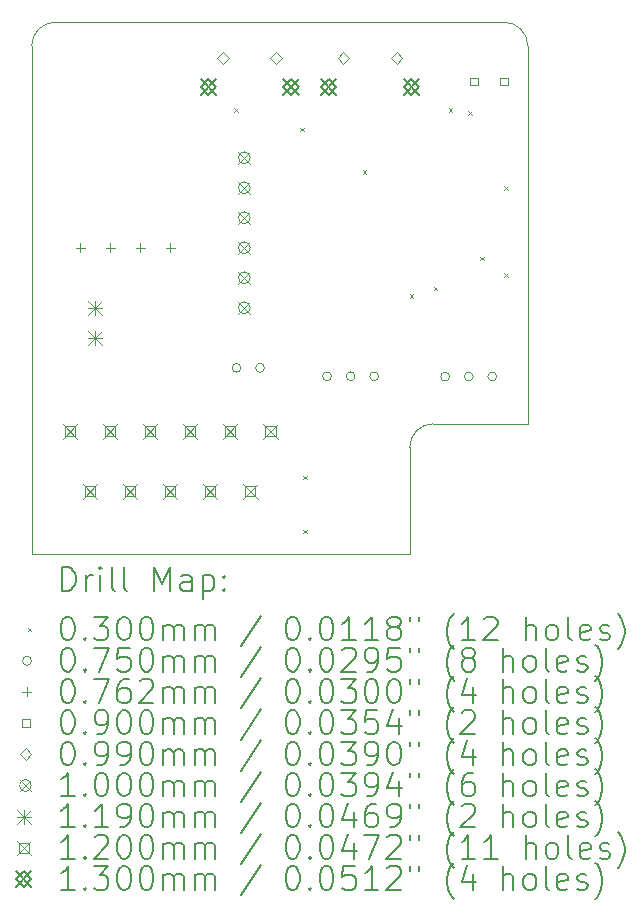
<source format=gbr>
%TF.GenerationSoftware,KiCad,Pcbnew,7.0.7-7.0.7~ubuntu22.04.1*%
%TF.CreationDate,2023-09-11T18:29:08+01:00*%
%TF.ProjectId,Blinder,426c696e-6465-4722-9e6b-696361645f70,rev?*%
%TF.SameCoordinates,Original*%
%TF.FileFunction,Drillmap*%
%TF.FilePolarity,Positive*%
%FSLAX45Y45*%
G04 Gerber Fmt 4.5, Leading zero omitted, Abs format (unit mm)*
G04 Created by KiCad (PCBNEW 7.0.7-7.0.7~ubuntu22.04.1) date 2023-09-11 18:29:08*
%MOMM*%
%LPD*%
G01*
G04 APERTURE LIST*
%ADD10C,0.050000*%
%ADD11C,0.200000*%
%ADD12C,0.030000*%
%ADD13C,0.075000*%
%ADD14C,0.076200*%
%ADD15C,0.090000*%
%ADD16C,0.099000*%
%ADD17C,0.100000*%
%ADD18C,0.119000*%
%ADD19C,0.120000*%
%ADD20C,0.130000*%
G04 APERTURE END LIST*
D10*
X6600000Y-5500000D02*
X6600000Y-6300000D01*
X6800000Y-5300000D02*
G75*
G03*
X6600000Y-5500000I0J-200000D01*
G01*
X7600000Y-2100000D02*
G75*
G03*
X7400000Y-1900000I-200000J0D01*
G01*
X7600000Y-2100000D02*
X7600000Y-5300000D01*
X6600000Y-6400000D02*
X6600000Y-6300000D01*
X3400000Y-6400000D02*
X6600000Y-6400000D01*
X3400000Y-6300000D02*
X3400000Y-6400000D01*
X3400000Y-6100000D02*
X3400000Y-6300000D01*
X3400000Y-2100000D02*
X3400000Y-6100000D01*
X3600000Y-1900000D02*
G75*
G03*
X3400000Y-2100000I0J-200000D01*
G01*
X7600000Y-5300000D02*
X6800000Y-5300000D01*
X3600000Y-1900000D02*
X7400000Y-1900000D01*
D11*
D12*
X5115800Y-2626600D02*
X5145800Y-2656600D01*
X5145800Y-2626600D02*
X5115800Y-2656600D01*
X5674600Y-2791700D02*
X5704600Y-2821700D01*
X5704600Y-2791700D02*
X5674600Y-2821700D01*
X5700000Y-5738100D02*
X5730000Y-5768100D01*
X5730000Y-5738100D02*
X5700000Y-5768100D01*
X5700000Y-6195300D02*
X5730000Y-6225300D01*
X5730000Y-6195300D02*
X5700000Y-6225300D01*
X6201800Y-3153800D02*
X6231800Y-3183800D01*
X6231800Y-3153800D02*
X6201800Y-3183800D01*
X6601700Y-4201400D02*
X6631700Y-4231400D01*
X6631700Y-4201400D02*
X6601700Y-4231400D01*
X6804900Y-4137900D02*
X6834900Y-4167900D01*
X6834900Y-4137900D02*
X6804900Y-4167900D01*
X6931900Y-2630150D02*
X6961900Y-2660150D01*
X6961900Y-2630150D02*
X6931900Y-2660150D01*
X7097000Y-2652000D02*
X7127000Y-2682000D01*
X7127000Y-2652000D02*
X7097000Y-2682000D01*
X7198600Y-3883900D02*
X7228600Y-3913900D01*
X7228600Y-3883900D02*
X7198600Y-3913900D01*
X7401800Y-3287000D02*
X7431800Y-3317000D01*
X7431800Y-3287000D02*
X7401800Y-3317000D01*
X7401800Y-4023600D02*
X7431800Y-4053600D01*
X7431800Y-4023600D02*
X7401800Y-4053600D01*
D13*
X5171500Y-4826000D02*
G75*
G03*
X5171500Y-4826000I-37500J0D01*
G01*
X5371500Y-4826000D02*
G75*
G03*
X5371500Y-4826000I-37500J0D01*
G01*
X5937500Y-4898000D02*
G75*
G03*
X5937500Y-4898000I-37500J0D01*
G01*
X6137500Y-4898000D02*
G75*
G03*
X6137500Y-4898000I-37500J0D01*
G01*
X6337500Y-4898000D02*
G75*
G03*
X6337500Y-4898000I-37500J0D01*
G01*
X6937500Y-4900000D02*
G75*
G03*
X6937500Y-4900000I-37500J0D01*
G01*
X7137500Y-4900000D02*
G75*
G03*
X7137500Y-4900000I-37500J0D01*
G01*
X7337500Y-4900000D02*
G75*
G03*
X7337500Y-4900000I-37500J0D01*
G01*
D14*
X3810000Y-3771900D02*
X3810000Y-3848100D01*
X3771900Y-3810000D02*
X3848100Y-3810000D01*
X4064000Y-3771900D02*
X4064000Y-3848100D01*
X4025900Y-3810000D02*
X4102100Y-3810000D01*
X4318000Y-3771900D02*
X4318000Y-3848100D01*
X4279900Y-3810000D02*
X4356100Y-3810000D01*
X4572000Y-3771900D02*
X4572000Y-3848100D01*
X4533900Y-3810000D02*
X4610100Y-3810000D01*
D15*
X7177820Y-2431820D02*
X7177820Y-2368180D01*
X7114180Y-2368180D01*
X7114180Y-2431820D01*
X7177820Y-2431820D01*
X7431820Y-2431820D02*
X7431820Y-2368180D01*
X7368180Y-2368180D01*
X7368180Y-2431820D01*
X7431820Y-2431820D01*
D16*
X5020000Y-2249500D02*
X5069500Y-2200000D01*
X5020000Y-2150500D01*
X4970500Y-2200000D01*
X5020000Y-2249500D01*
X5470000Y-2249500D02*
X5519500Y-2200000D01*
X5470000Y-2150500D01*
X5420500Y-2200000D01*
X5470000Y-2249500D01*
X6039422Y-2249672D02*
X6088922Y-2200172D01*
X6039422Y-2150672D01*
X5989922Y-2200172D01*
X6039422Y-2249672D01*
X6489422Y-2249672D02*
X6538922Y-2200172D01*
X6489422Y-2150672D01*
X6439922Y-2200172D01*
X6489422Y-2249672D01*
D17*
X5150000Y-2998000D02*
X5250000Y-3098000D01*
X5250000Y-2998000D02*
X5150000Y-3098000D01*
X5250000Y-3048000D02*
G75*
G03*
X5250000Y-3048000I-50000J0D01*
G01*
X5150000Y-3252000D02*
X5250000Y-3352000D01*
X5250000Y-3252000D02*
X5150000Y-3352000D01*
X5250000Y-3302000D02*
G75*
G03*
X5250000Y-3302000I-50000J0D01*
G01*
X5150000Y-3506000D02*
X5250000Y-3606000D01*
X5250000Y-3506000D02*
X5150000Y-3606000D01*
X5250000Y-3556000D02*
G75*
G03*
X5250000Y-3556000I-50000J0D01*
G01*
X5150000Y-3760000D02*
X5250000Y-3860000D01*
X5250000Y-3760000D02*
X5150000Y-3860000D01*
X5250000Y-3810000D02*
G75*
G03*
X5250000Y-3810000I-50000J0D01*
G01*
X5150000Y-4014000D02*
X5250000Y-4114000D01*
X5250000Y-4014000D02*
X5150000Y-4114000D01*
X5250000Y-4064000D02*
G75*
G03*
X5250000Y-4064000I-50000J0D01*
G01*
X5150000Y-4268000D02*
X5250000Y-4368000D01*
X5250000Y-4268000D02*
X5150000Y-4368000D01*
X5250000Y-4318000D02*
G75*
G03*
X5250000Y-4318000I-50000J0D01*
G01*
D18*
X3877500Y-4258500D02*
X3996500Y-4377500D01*
X3996500Y-4258500D02*
X3877500Y-4377500D01*
X3937000Y-4258500D02*
X3937000Y-4377500D01*
X3877500Y-4318000D02*
X3996500Y-4318000D01*
X3877500Y-4512500D02*
X3996500Y-4631500D01*
X3996500Y-4512500D02*
X3877500Y-4631500D01*
X3937000Y-4512500D02*
X3937000Y-4631500D01*
X3877500Y-4572000D02*
X3996500Y-4572000D01*
D19*
X3662000Y-5305000D02*
X3782000Y-5425000D01*
X3782000Y-5305000D02*
X3662000Y-5425000D01*
X3764427Y-5407427D02*
X3764427Y-5322573D01*
X3679573Y-5322573D01*
X3679573Y-5407427D01*
X3764427Y-5407427D01*
X3832000Y-5813000D02*
X3952000Y-5933000D01*
X3952000Y-5813000D02*
X3832000Y-5933000D01*
X3934427Y-5915427D02*
X3934427Y-5830573D01*
X3849573Y-5830573D01*
X3849573Y-5915427D01*
X3934427Y-5915427D01*
X4002000Y-5305000D02*
X4122000Y-5425000D01*
X4122000Y-5305000D02*
X4002000Y-5425000D01*
X4104427Y-5407427D02*
X4104427Y-5322573D01*
X4019573Y-5322573D01*
X4019573Y-5407427D01*
X4104427Y-5407427D01*
X4172000Y-5813000D02*
X4292000Y-5933000D01*
X4292000Y-5813000D02*
X4172000Y-5933000D01*
X4274427Y-5915427D02*
X4274427Y-5830573D01*
X4189573Y-5830573D01*
X4189573Y-5915427D01*
X4274427Y-5915427D01*
X4342000Y-5305000D02*
X4462000Y-5425000D01*
X4462000Y-5305000D02*
X4342000Y-5425000D01*
X4444427Y-5407427D02*
X4444427Y-5322573D01*
X4359573Y-5322573D01*
X4359573Y-5407427D01*
X4444427Y-5407427D01*
X4512000Y-5813000D02*
X4632000Y-5933000D01*
X4632000Y-5813000D02*
X4512000Y-5933000D01*
X4614427Y-5915427D02*
X4614427Y-5830573D01*
X4529573Y-5830573D01*
X4529573Y-5915427D01*
X4614427Y-5915427D01*
X4682000Y-5305000D02*
X4802000Y-5425000D01*
X4802000Y-5305000D02*
X4682000Y-5425000D01*
X4784427Y-5407427D02*
X4784427Y-5322573D01*
X4699573Y-5322573D01*
X4699573Y-5407427D01*
X4784427Y-5407427D01*
X4852000Y-5813000D02*
X4972000Y-5933000D01*
X4972000Y-5813000D02*
X4852000Y-5933000D01*
X4954427Y-5915427D02*
X4954427Y-5830573D01*
X4869573Y-5830573D01*
X4869573Y-5915427D01*
X4954427Y-5915427D01*
X5022000Y-5305000D02*
X5142000Y-5425000D01*
X5142000Y-5305000D02*
X5022000Y-5425000D01*
X5124427Y-5407427D02*
X5124427Y-5322573D01*
X5039573Y-5322573D01*
X5039573Y-5407427D01*
X5124427Y-5407427D01*
X5192000Y-5813000D02*
X5312000Y-5933000D01*
X5312000Y-5813000D02*
X5192000Y-5933000D01*
X5294427Y-5915427D02*
X5294427Y-5830573D01*
X5209573Y-5830573D01*
X5209573Y-5915427D01*
X5294427Y-5915427D01*
X5362000Y-5305000D02*
X5482000Y-5425000D01*
X5482000Y-5305000D02*
X5362000Y-5425000D01*
X5464427Y-5407427D02*
X5464427Y-5322573D01*
X5379573Y-5322573D01*
X5379573Y-5407427D01*
X5464427Y-5407427D01*
D20*
X4830000Y-2384000D02*
X4960000Y-2514000D01*
X4960000Y-2384000D02*
X4830000Y-2514000D01*
X4895000Y-2514000D02*
X4960000Y-2449000D01*
X4895000Y-2384000D01*
X4830000Y-2449000D01*
X4895000Y-2514000D01*
X5531000Y-2384000D02*
X5661000Y-2514000D01*
X5661000Y-2384000D02*
X5531000Y-2514000D01*
X5596000Y-2514000D02*
X5661000Y-2449000D01*
X5596000Y-2384000D01*
X5531000Y-2449000D01*
X5596000Y-2514000D01*
X5849422Y-2384172D02*
X5979422Y-2514172D01*
X5979422Y-2384172D02*
X5849422Y-2514172D01*
X5914422Y-2514172D02*
X5979422Y-2449172D01*
X5914422Y-2384172D01*
X5849422Y-2449172D01*
X5914422Y-2514172D01*
X6550422Y-2384172D02*
X6680422Y-2514172D01*
X6680422Y-2384172D02*
X6550422Y-2514172D01*
X6615422Y-2514172D02*
X6680422Y-2449172D01*
X6615422Y-2384172D01*
X6550422Y-2449172D01*
X6615422Y-2514172D01*
D11*
X3658277Y-6713984D02*
X3658277Y-6513984D01*
X3658277Y-6513984D02*
X3705896Y-6513984D01*
X3705896Y-6513984D02*
X3734467Y-6523508D01*
X3734467Y-6523508D02*
X3753515Y-6542555D01*
X3753515Y-6542555D02*
X3763039Y-6561603D01*
X3763039Y-6561603D02*
X3772562Y-6599698D01*
X3772562Y-6599698D02*
X3772562Y-6628269D01*
X3772562Y-6628269D02*
X3763039Y-6666365D01*
X3763039Y-6666365D02*
X3753515Y-6685412D01*
X3753515Y-6685412D02*
X3734467Y-6704460D01*
X3734467Y-6704460D02*
X3705896Y-6713984D01*
X3705896Y-6713984D02*
X3658277Y-6713984D01*
X3858277Y-6713984D02*
X3858277Y-6580650D01*
X3858277Y-6618746D02*
X3867801Y-6599698D01*
X3867801Y-6599698D02*
X3877324Y-6590174D01*
X3877324Y-6590174D02*
X3896372Y-6580650D01*
X3896372Y-6580650D02*
X3915420Y-6580650D01*
X3982086Y-6713984D02*
X3982086Y-6580650D01*
X3982086Y-6513984D02*
X3972562Y-6523508D01*
X3972562Y-6523508D02*
X3982086Y-6533031D01*
X3982086Y-6533031D02*
X3991610Y-6523508D01*
X3991610Y-6523508D02*
X3982086Y-6513984D01*
X3982086Y-6513984D02*
X3982086Y-6533031D01*
X4105896Y-6713984D02*
X4086848Y-6704460D01*
X4086848Y-6704460D02*
X4077324Y-6685412D01*
X4077324Y-6685412D02*
X4077324Y-6513984D01*
X4210658Y-6713984D02*
X4191610Y-6704460D01*
X4191610Y-6704460D02*
X4182086Y-6685412D01*
X4182086Y-6685412D02*
X4182086Y-6513984D01*
X4439229Y-6713984D02*
X4439229Y-6513984D01*
X4439229Y-6513984D02*
X4505896Y-6656841D01*
X4505896Y-6656841D02*
X4572563Y-6513984D01*
X4572563Y-6513984D02*
X4572563Y-6713984D01*
X4753515Y-6713984D02*
X4753515Y-6609222D01*
X4753515Y-6609222D02*
X4743991Y-6590174D01*
X4743991Y-6590174D02*
X4724944Y-6580650D01*
X4724944Y-6580650D02*
X4686848Y-6580650D01*
X4686848Y-6580650D02*
X4667801Y-6590174D01*
X4753515Y-6704460D02*
X4734467Y-6713984D01*
X4734467Y-6713984D02*
X4686848Y-6713984D01*
X4686848Y-6713984D02*
X4667801Y-6704460D01*
X4667801Y-6704460D02*
X4658277Y-6685412D01*
X4658277Y-6685412D02*
X4658277Y-6666365D01*
X4658277Y-6666365D02*
X4667801Y-6647317D01*
X4667801Y-6647317D02*
X4686848Y-6637793D01*
X4686848Y-6637793D02*
X4734467Y-6637793D01*
X4734467Y-6637793D02*
X4753515Y-6628269D01*
X4848753Y-6580650D02*
X4848753Y-6780650D01*
X4848753Y-6590174D02*
X4867801Y-6580650D01*
X4867801Y-6580650D02*
X4905896Y-6580650D01*
X4905896Y-6580650D02*
X4924944Y-6590174D01*
X4924944Y-6590174D02*
X4934467Y-6599698D01*
X4934467Y-6599698D02*
X4943991Y-6618746D01*
X4943991Y-6618746D02*
X4943991Y-6675888D01*
X4943991Y-6675888D02*
X4934467Y-6694936D01*
X4934467Y-6694936D02*
X4924944Y-6704460D01*
X4924944Y-6704460D02*
X4905896Y-6713984D01*
X4905896Y-6713984D02*
X4867801Y-6713984D01*
X4867801Y-6713984D02*
X4848753Y-6704460D01*
X5029705Y-6694936D02*
X5039229Y-6704460D01*
X5039229Y-6704460D02*
X5029705Y-6713984D01*
X5029705Y-6713984D02*
X5020182Y-6704460D01*
X5020182Y-6704460D02*
X5029705Y-6694936D01*
X5029705Y-6694936D02*
X5029705Y-6713984D01*
X5029705Y-6590174D02*
X5039229Y-6599698D01*
X5039229Y-6599698D02*
X5029705Y-6609222D01*
X5029705Y-6609222D02*
X5020182Y-6599698D01*
X5020182Y-6599698D02*
X5029705Y-6590174D01*
X5029705Y-6590174D02*
X5029705Y-6609222D01*
D12*
X3367500Y-7027500D02*
X3397500Y-7057500D01*
X3397500Y-7027500D02*
X3367500Y-7057500D01*
D11*
X3696372Y-6933984D02*
X3715420Y-6933984D01*
X3715420Y-6933984D02*
X3734467Y-6943508D01*
X3734467Y-6943508D02*
X3743991Y-6953031D01*
X3743991Y-6953031D02*
X3753515Y-6972079D01*
X3753515Y-6972079D02*
X3763039Y-7010174D01*
X3763039Y-7010174D02*
X3763039Y-7057793D01*
X3763039Y-7057793D02*
X3753515Y-7095888D01*
X3753515Y-7095888D02*
X3743991Y-7114936D01*
X3743991Y-7114936D02*
X3734467Y-7124460D01*
X3734467Y-7124460D02*
X3715420Y-7133984D01*
X3715420Y-7133984D02*
X3696372Y-7133984D01*
X3696372Y-7133984D02*
X3677324Y-7124460D01*
X3677324Y-7124460D02*
X3667801Y-7114936D01*
X3667801Y-7114936D02*
X3658277Y-7095888D01*
X3658277Y-7095888D02*
X3648753Y-7057793D01*
X3648753Y-7057793D02*
X3648753Y-7010174D01*
X3648753Y-7010174D02*
X3658277Y-6972079D01*
X3658277Y-6972079D02*
X3667801Y-6953031D01*
X3667801Y-6953031D02*
X3677324Y-6943508D01*
X3677324Y-6943508D02*
X3696372Y-6933984D01*
X3848753Y-7114936D02*
X3858277Y-7124460D01*
X3858277Y-7124460D02*
X3848753Y-7133984D01*
X3848753Y-7133984D02*
X3839229Y-7124460D01*
X3839229Y-7124460D02*
X3848753Y-7114936D01*
X3848753Y-7114936D02*
X3848753Y-7133984D01*
X3924943Y-6933984D02*
X4048753Y-6933984D01*
X4048753Y-6933984D02*
X3982086Y-7010174D01*
X3982086Y-7010174D02*
X4010658Y-7010174D01*
X4010658Y-7010174D02*
X4029705Y-7019698D01*
X4029705Y-7019698D02*
X4039229Y-7029222D01*
X4039229Y-7029222D02*
X4048753Y-7048269D01*
X4048753Y-7048269D02*
X4048753Y-7095888D01*
X4048753Y-7095888D02*
X4039229Y-7114936D01*
X4039229Y-7114936D02*
X4029705Y-7124460D01*
X4029705Y-7124460D02*
X4010658Y-7133984D01*
X4010658Y-7133984D02*
X3953515Y-7133984D01*
X3953515Y-7133984D02*
X3934467Y-7124460D01*
X3934467Y-7124460D02*
X3924943Y-7114936D01*
X4172562Y-6933984D02*
X4191610Y-6933984D01*
X4191610Y-6933984D02*
X4210658Y-6943508D01*
X4210658Y-6943508D02*
X4220182Y-6953031D01*
X4220182Y-6953031D02*
X4229705Y-6972079D01*
X4229705Y-6972079D02*
X4239229Y-7010174D01*
X4239229Y-7010174D02*
X4239229Y-7057793D01*
X4239229Y-7057793D02*
X4229705Y-7095888D01*
X4229705Y-7095888D02*
X4220182Y-7114936D01*
X4220182Y-7114936D02*
X4210658Y-7124460D01*
X4210658Y-7124460D02*
X4191610Y-7133984D01*
X4191610Y-7133984D02*
X4172562Y-7133984D01*
X4172562Y-7133984D02*
X4153515Y-7124460D01*
X4153515Y-7124460D02*
X4143991Y-7114936D01*
X4143991Y-7114936D02*
X4134467Y-7095888D01*
X4134467Y-7095888D02*
X4124943Y-7057793D01*
X4124943Y-7057793D02*
X4124943Y-7010174D01*
X4124943Y-7010174D02*
X4134467Y-6972079D01*
X4134467Y-6972079D02*
X4143991Y-6953031D01*
X4143991Y-6953031D02*
X4153515Y-6943508D01*
X4153515Y-6943508D02*
X4172562Y-6933984D01*
X4363039Y-6933984D02*
X4382086Y-6933984D01*
X4382086Y-6933984D02*
X4401134Y-6943508D01*
X4401134Y-6943508D02*
X4410658Y-6953031D01*
X4410658Y-6953031D02*
X4420182Y-6972079D01*
X4420182Y-6972079D02*
X4429705Y-7010174D01*
X4429705Y-7010174D02*
X4429705Y-7057793D01*
X4429705Y-7057793D02*
X4420182Y-7095888D01*
X4420182Y-7095888D02*
X4410658Y-7114936D01*
X4410658Y-7114936D02*
X4401134Y-7124460D01*
X4401134Y-7124460D02*
X4382086Y-7133984D01*
X4382086Y-7133984D02*
X4363039Y-7133984D01*
X4363039Y-7133984D02*
X4343991Y-7124460D01*
X4343991Y-7124460D02*
X4334467Y-7114936D01*
X4334467Y-7114936D02*
X4324944Y-7095888D01*
X4324944Y-7095888D02*
X4315420Y-7057793D01*
X4315420Y-7057793D02*
X4315420Y-7010174D01*
X4315420Y-7010174D02*
X4324944Y-6972079D01*
X4324944Y-6972079D02*
X4334467Y-6953031D01*
X4334467Y-6953031D02*
X4343991Y-6943508D01*
X4343991Y-6943508D02*
X4363039Y-6933984D01*
X4515420Y-7133984D02*
X4515420Y-7000650D01*
X4515420Y-7019698D02*
X4524944Y-7010174D01*
X4524944Y-7010174D02*
X4543991Y-7000650D01*
X4543991Y-7000650D02*
X4572563Y-7000650D01*
X4572563Y-7000650D02*
X4591610Y-7010174D01*
X4591610Y-7010174D02*
X4601134Y-7029222D01*
X4601134Y-7029222D02*
X4601134Y-7133984D01*
X4601134Y-7029222D02*
X4610658Y-7010174D01*
X4610658Y-7010174D02*
X4629705Y-7000650D01*
X4629705Y-7000650D02*
X4658277Y-7000650D01*
X4658277Y-7000650D02*
X4677325Y-7010174D01*
X4677325Y-7010174D02*
X4686848Y-7029222D01*
X4686848Y-7029222D02*
X4686848Y-7133984D01*
X4782086Y-7133984D02*
X4782086Y-7000650D01*
X4782086Y-7019698D02*
X4791610Y-7010174D01*
X4791610Y-7010174D02*
X4810658Y-7000650D01*
X4810658Y-7000650D02*
X4839229Y-7000650D01*
X4839229Y-7000650D02*
X4858277Y-7010174D01*
X4858277Y-7010174D02*
X4867801Y-7029222D01*
X4867801Y-7029222D02*
X4867801Y-7133984D01*
X4867801Y-7029222D02*
X4877325Y-7010174D01*
X4877325Y-7010174D02*
X4896372Y-7000650D01*
X4896372Y-7000650D02*
X4924944Y-7000650D01*
X4924944Y-7000650D02*
X4943991Y-7010174D01*
X4943991Y-7010174D02*
X4953515Y-7029222D01*
X4953515Y-7029222D02*
X4953515Y-7133984D01*
X5343991Y-6924460D02*
X5172563Y-7181603D01*
X5601134Y-6933984D02*
X5620182Y-6933984D01*
X5620182Y-6933984D02*
X5639229Y-6943508D01*
X5639229Y-6943508D02*
X5648753Y-6953031D01*
X5648753Y-6953031D02*
X5658277Y-6972079D01*
X5658277Y-6972079D02*
X5667801Y-7010174D01*
X5667801Y-7010174D02*
X5667801Y-7057793D01*
X5667801Y-7057793D02*
X5658277Y-7095888D01*
X5658277Y-7095888D02*
X5648753Y-7114936D01*
X5648753Y-7114936D02*
X5639229Y-7124460D01*
X5639229Y-7124460D02*
X5620182Y-7133984D01*
X5620182Y-7133984D02*
X5601134Y-7133984D01*
X5601134Y-7133984D02*
X5582087Y-7124460D01*
X5582087Y-7124460D02*
X5572563Y-7114936D01*
X5572563Y-7114936D02*
X5563039Y-7095888D01*
X5563039Y-7095888D02*
X5553515Y-7057793D01*
X5553515Y-7057793D02*
X5553515Y-7010174D01*
X5553515Y-7010174D02*
X5563039Y-6972079D01*
X5563039Y-6972079D02*
X5572563Y-6953031D01*
X5572563Y-6953031D02*
X5582087Y-6943508D01*
X5582087Y-6943508D02*
X5601134Y-6933984D01*
X5753515Y-7114936D02*
X5763039Y-7124460D01*
X5763039Y-7124460D02*
X5753515Y-7133984D01*
X5753515Y-7133984D02*
X5743991Y-7124460D01*
X5743991Y-7124460D02*
X5753515Y-7114936D01*
X5753515Y-7114936D02*
X5753515Y-7133984D01*
X5886848Y-6933984D02*
X5905896Y-6933984D01*
X5905896Y-6933984D02*
X5924944Y-6943508D01*
X5924944Y-6943508D02*
X5934467Y-6953031D01*
X5934467Y-6953031D02*
X5943991Y-6972079D01*
X5943991Y-6972079D02*
X5953515Y-7010174D01*
X5953515Y-7010174D02*
X5953515Y-7057793D01*
X5953515Y-7057793D02*
X5943991Y-7095888D01*
X5943991Y-7095888D02*
X5934467Y-7114936D01*
X5934467Y-7114936D02*
X5924944Y-7124460D01*
X5924944Y-7124460D02*
X5905896Y-7133984D01*
X5905896Y-7133984D02*
X5886848Y-7133984D01*
X5886848Y-7133984D02*
X5867801Y-7124460D01*
X5867801Y-7124460D02*
X5858277Y-7114936D01*
X5858277Y-7114936D02*
X5848753Y-7095888D01*
X5848753Y-7095888D02*
X5839229Y-7057793D01*
X5839229Y-7057793D02*
X5839229Y-7010174D01*
X5839229Y-7010174D02*
X5848753Y-6972079D01*
X5848753Y-6972079D02*
X5858277Y-6953031D01*
X5858277Y-6953031D02*
X5867801Y-6943508D01*
X5867801Y-6943508D02*
X5886848Y-6933984D01*
X6143991Y-7133984D02*
X6029706Y-7133984D01*
X6086848Y-7133984D02*
X6086848Y-6933984D01*
X6086848Y-6933984D02*
X6067801Y-6962555D01*
X6067801Y-6962555D02*
X6048753Y-6981603D01*
X6048753Y-6981603D02*
X6029706Y-6991127D01*
X6334467Y-7133984D02*
X6220182Y-7133984D01*
X6277325Y-7133984D02*
X6277325Y-6933984D01*
X6277325Y-6933984D02*
X6258277Y-6962555D01*
X6258277Y-6962555D02*
X6239229Y-6981603D01*
X6239229Y-6981603D02*
X6220182Y-6991127D01*
X6448753Y-7019698D02*
X6429706Y-7010174D01*
X6429706Y-7010174D02*
X6420182Y-7000650D01*
X6420182Y-7000650D02*
X6410658Y-6981603D01*
X6410658Y-6981603D02*
X6410658Y-6972079D01*
X6410658Y-6972079D02*
X6420182Y-6953031D01*
X6420182Y-6953031D02*
X6429706Y-6943508D01*
X6429706Y-6943508D02*
X6448753Y-6933984D01*
X6448753Y-6933984D02*
X6486848Y-6933984D01*
X6486848Y-6933984D02*
X6505896Y-6943508D01*
X6505896Y-6943508D02*
X6515420Y-6953031D01*
X6515420Y-6953031D02*
X6524944Y-6972079D01*
X6524944Y-6972079D02*
X6524944Y-6981603D01*
X6524944Y-6981603D02*
X6515420Y-7000650D01*
X6515420Y-7000650D02*
X6505896Y-7010174D01*
X6505896Y-7010174D02*
X6486848Y-7019698D01*
X6486848Y-7019698D02*
X6448753Y-7019698D01*
X6448753Y-7019698D02*
X6429706Y-7029222D01*
X6429706Y-7029222D02*
X6420182Y-7038746D01*
X6420182Y-7038746D02*
X6410658Y-7057793D01*
X6410658Y-7057793D02*
X6410658Y-7095888D01*
X6410658Y-7095888D02*
X6420182Y-7114936D01*
X6420182Y-7114936D02*
X6429706Y-7124460D01*
X6429706Y-7124460D02*
X6448753Y-7133984D01*
X6448753Y-7133984D02*
X6486848Y-7133984D01*
X6486848Y-7133984D02*
X6505896Y-7124460D01*
X6505896Y-7124460D02*
X6515420Y-7114936D01*
X6515420Y-7114936D02*
X6524944Y-7095888D01*
X6524944Y-7095888D02*
X6524944Y-7057793D01*
X6524944Y-7057793D02*
X6515420Y-7038746D01*
X6515420Y-7038746D02*
X6505896Y-7029222D01*
X6505896Y-7029222D02*
X6486848Y-7019698D01*
X6601134Y-6933984D02*
X6601134Y-6972079D01*
X6677325Y-6933984D02*
X6677325Y-6972079D01*
X6972563Y-7210174D02*
X6963039Y-7200650D01*
X6963039Y-7200650D02*
X6943991Y-7172079D01*
X6943991Y-7172079D02*
X6934468Y-7153031D01*
X6934468Y-7153031D02*
X6924944Y-7124460D01*
X6924944Y-7124460D02*
X6915420Y-7076841D01*
X6915420Y-7076841D02*
X6915420Y-7038746D01*
X6915420Y-7038746D02*
X6924944Y-6991127D01*
X6924944Y-6991127D02*
X6934468Y-6962555D01*
X6934468Y-6962555D02*
X6943991Y-6943508D01*
X6943991Y-6943508D02*
X6963039Y-6914936D01*
X6963039Y-6914936D02*
X6972563Y-6905412D01*
X7153515Y-7133984D02*
X7039229Y-7133984D01*
X7096372Y-7133984D02*
X7096372Y-6933984D01*
X7096372Y-6933984D02*
X7077325Y-6962555D01*
X7077325Y-6962555D02*
X7058277Y-6981603D01*
X7058277Y-6981603D02*
X7039229Y-6991127D01*
X7229706Y-6953031D02*
X7239229Y-6943508D01*
X7239229Y-6943508D02*
X7258277Y-6933984D01*
X7258277Y-6933984D02*
X7305896Y-6933984D01*
X7305896Y-6933984D02*
X7324944Y-6943508D01*
X7324944Y-6943508D02*
X7334468Y-6953031D01*
X7334468Y-6953031D02*
X7343991Y-6972079D01*
X7343991Y-6972079D02*
X7343991Y-6991127D01*
X7343991Y-6991127D02*
X7334468Y-7019698D01*
X7334468Y-7019698D02*
X7220182Y-7133984D01*
X7220182Y-7133984D02*
X7343991Y-7133984D01*
X7582087Y-7133984D02*
X7582087Y-6933984D01*
X7667801Y-7133984D02*
X7667801Y-7029222D01*
X7667801Y-7029222D02*
X7658277Y-7010174D01*
X7658277Y-7010174D02*
X7639230Y-7000650D01*
X7639230Y-7000650D02*
X7610658Y-7000650D01*
X7610658Y-7000650D02*
X7591610Y-7010174D01*
X7591610Y-7010174D02*
X7582087Y-7019698D01*
X7791610Y-7133984D02*
X7772563Y-7124460D01*
X7772563Y-7124460D02*
X7763039Y-7114936D01*
X7763039Y-7114936D02*
X7753515Y-7095888D01*
X7753515Y-7095888D02*
X7753515Y-7038746D01*
X7753515Y-7038746D02*
X7763039Y-7019698D01*
X7763039Y-7019698D02*
X7772563Y-7010174D01*
X7772563Y-7010174D02*
X7791610Y-7000650D01*
X7791610Y-7000650D02*
X7820182Y-7000650D01*
X7820182Y-7000650D02*
X7839230Y-7010174D01*
X7839230Y-7010174D02*
X7848753Y-7019698D01*
X7848753Y-7019698D02*
X7858277Y-7038746D01*
X7858277Y-7038746D02*
X7858277Y-7095888D01*
X7858277Y-7095888D02*
X7848753Y-7114936D01*
X7848753Y-7114936D02*
X7839230Y-7124460D01*
X7839230Y-7124460D02*
X7820182Y-7133984D01*
X7820182Y-7133984D02*
X7791610Y-7133984D01*
X7972563Y-7133984D02*
X7953515Y-7124460D01*
X7953515Y-7124460D02*
X7943991Y-7105412D01*
X7943991Y-7105412D02*
X7943991Y-6933984D01*
X8124944Y-7124460D02*
X8105896Y-7133984D01*
X8105896Y-7133984D02*
X8067801Y-7133984D01*
X8067801Y-7133984D02*
X8048753Y-7124460D01*
X8048753Y-7124460D02*
X8039230Y-7105412D01*
X8039230Y-7105412D02*
X8039230Y-7029222D01*
X8039230Y-7029222D02*
X8048753Y-7010174D01*
X8048753Y-7010174D02*
X8067801Y-7000650D01*
X8067801Y-7000650D02*
X8105896Y-7000650D01*
X8105896Y-7000650D02*
X8124944Y-7010174D01*
X8124944Y-7010174D02*
X8134468Y-7029222D01*
X8134468Y-7029222D02*
X8134468Y-7048269D01*
X8134468Y-7048269D02*
X8039230Y-7067317D01*
X8210658Y-7124460D02*
X8229706Y-7133984D01*
X8229706Y-7133984D02*
X8267801Y-7133984D01*
X8267801Y-7133984D02*
X8286849Y-7124460D01*
X8286849Y-7124460D02*
X8296372Y-7105412D01*
X8296372Y-7105412D02*
X8296372Y-7095888D01*
X8296372Y-7095888D02*
X8286849Y-7076841D01*
X8286849Y-7076841D02*
X8267801Y-7067317D01*
X8267801Y-7067317D02*
X8239230Y-7067317D01*
X8239230Y-7067317D02*
X8220182Y-7057793D01*
X8220182Y-7057793D02*
X8210658Y-7038746D01*
X8210658Y-7038746D02*
X8210658Y-7029222D01*
X8210658Y-7029222D02*
X8220182Y-7010174D01*
X8220182Y-7010174D02*
X8239230Y-7000650D01*
X8239230Y-7000650D02*
X8267801Y-7000650D01*
X8267801Y-7000650D02*
X8286849Y-7010174D01*
X8363039Y-7210174D02*
X8372563Y-7200650D01*
X8372563Y-7200650D02*
X8391611Y-7172079D01*
X8391611Y-7172079D02*
X8401134Y-7153031D01*
X8401134Y-7153031D02*
X8410658Y-7124460D01*
X8410658Y-7124460D02*
X8420182Y-7076841D01*
X8420182Y-7076841D02*
X8420182Y-7038746D01*
X8420182Y-7038746D02*
X8410658Y-6991127D01*
X8410658Y-6991127D02*
X8401134Y-6962555D01*
X8401134Y-6962555D02*
X8391611Y-6943508D01*
X8391611Y-6943508D02*
X8372563Y-6914936D01*
X8372563Y-6914936D02*
X8363039Y-6905412D01*
D13*
X3397500Y-7306500D02*
G75*
G03*
X3397500Y-7306500I-37500J0D01*
G01*
D11*
X3696372Y-7197984D02*
X3715420Y-7197984D01*
X3715420Y-7197984D02*
X3734467Y-7207508D01*
X3734467Y-7207508D02*
X3743991Y-7217031D01*
X3743991Y-7217031D02*
X3753515Y-7236079D01*
X3753515Y-7236079D02*
X3763039Y-7274174D01*
X3763039Y-7274174D02*
X3763039Y-7321793D01*
X3763039Y-7321793D02*
X3753515Y-7359888D01*
X3753515Y-7359888D02*
X3743991Y-7378936D01*
X3743991Y-7378936D02*
X3734467Y-7388460D01*
X3734467Y-7388460D02*
X3715420Y-7397984D01*
X3715420Y-7397984D02*
X3696372Y-7397984D01*
X3696372Y-7397984D02*
X3677324Y-7388460D01*
X3677324Y-7388460D02*
X3667801Y-7378936D01*
X3667801Y-7378936D02*
X3658277Y-7359888D01*
X3658277Y-7359888D02*
X3648753Y-7321793D01*
X3648753Y-7321793D02*
X3648753Y-7274174D01*
X3648753Y-7274174D02*
X3658277Y-7236079D01*
X3658277Y-7236079D02*
X3667801Y-7217031D01*
X3667801Y-7217031D02*
X3677324Y-7207508D01*
X3677324Y-7207508D02*
X3696372Y-7197984D01*
X3848753Y-7378936D02*
X3858277Y-7388460D01*
X3858277Y-7388460D02*
X3848753Y-7397984D01*
X3848753Y-7397984D02*
X3839229Y-7388460D01*
X3839229Y-7388460D02*
X3848753Y-7378936D01*
X3848753Y-7378936D02*
X3848753Y-7397984D01*
X3924943Y-7197984D02*
X4058277Y-7197984D01*
X4058277Y-7197984D02*
X3972562Y-7397984D01*
X4229705Y-7197984D02*
X4134467Y-7197984D01*
X4134467Y-7197984D02*
X4124943Y-7293222D01*
X4124943Y-7293222D02*
X4134467Y-7283698D01*
X4134467Y-7283698D02*
X4153515Y-7274174D01*
X4153515Y-7274174D02*
X4201134Y-7274174D01*
X4201134Y-7274174D02*
X4220182Y-7283698D01*
X4220182Y-7283698D02*
X4229705Y-7293222D01*
X4229705Y-7293222D02*
X4239229Y-7312269D01*
X4239229Y-7312269D02*
X4239229Y-7359888D01*
X4239229Y-7359888D02*
X4229705Y-7378936D01*
X4229705Y-7378936D02*
X4220182Y-7388460D01*
X4220182Y-7388460D02*
X4201134Y-7397984D01*
X4201134Y-7397984D02*
X4153515Y-7397984D01*
X4153515Y-7397984D02*
X4134467Y-7388460D01*
X4134467Y-7388460D02*
X4124943Y-7378936D01*
X4363039Y-7197984D02*
X4382086Y-7197984D01*
X4382086Y-7197984D02*
X4401134Y-7207508D01*
X4401134Y-7207508D02*
X4410658Y-7217031D01*
X4410658Y-7217031D02*
X4420182Y-7236079D01*
X4420182Y-7236079D02*
X4429705Y-7274174D01*
X4429705Y-7274174D02*
X4429705Y-7321793D01*
X4429705Y-7321793D02*
X4420182Y-7359888D01*
X4420182Y-7359888D02*
X4410658Y-7378936D01*
X4410658Y-7378936D02*
X4401134Y-7388460D01*
X4401134Y-7388460D02*
X4382086Y-7397984D01*
X4382086Y-7397984D02*
X4363039Y-7397984D01*
X4363039Y-7397984D02*
X4343991Y-7388460D01*
X4343991Y-7388460D02*
X4334467Y-7378936D01*
X4334467Y-7378936D02*
X4324944Y-7359888D01*
X4324944Y-7359888D02*
X4315420Y-7321793D01*
X4315420Y-7321793D02*
X4315420Y-7274174D01*
X4315420Y-7274174D02*
X4324944Y-7236079D01*
X4324944Y-7236079D02*
X4334467Y-7217031D01*
X4334467Y-7217031D02*
X4343991Y-7207508D01*
X4343991Y-7207508D02*
X4363039Y-7197984D01*
X4515420Y-7397984D02*
X4515420Y-7264650D01*
X4515420Y-7283698D02*
X4524944Y-7274174D01*
X4524944Y-7274174D02*
X4543991Y-7264650D01*
X4543991Y-7264650D02*
X4572563Y-7264650D01*
X4572563Y-7264650D02*
X4591610Y-7274174D01*
X4591610Y-7274174D02*
X4601134Y-7293222D01*
X4601134Y-7293222D02*
X4601134Y-7397984D01*
X4601134Y-7293222D02*
X4610658Y-7274174D01*
X4610658Y-7274174D02*
X4629705Y-7264650D01*
X4629705Y-7264650D02*
X4658277Y-7264650D01*
X4658277Y-7264650D02*
X4677325Y-7274174D01*
X4677325Y-7274174D02*
X4686848Y-7293222D01*
X4686848Y-7293222D02*
X4686848Y-7397984D01*
X4782086Y-7397984D02*
X4782086Y-7264650D01*
X4782086Y-7283698D02*
X4791610Y-7274174D01*
X4791610Y-7274174D02*
X4810658Y-7264650D01*
X4810658Y-7264650D02*
X4839229Y-7264650D01*
X4839229Y-7264650D02*
X4858277Y-7274174D01*
X4858277Y-7274174D02*
X4867801Y-7293222D01*
X4867801Y-7293222D02*
X4867801Y-7397984D01*
X4867801Y-7293222D02*
X4877325Y-7274174D01*
X4877325Y-7274174D02*
X4896372Y-7264650D01*
X4896372Y-7264650D02*
X4924944Y-7264650D01*
X4924944Y-7264650D02*
X4943991Y-7274174D01*
X4943991Y-7274174D02*
X4953515Y-7293222D01*
X4953515Y-7293222D02*
X4953515Y-7397984D01*
X5343991Y-7188460D02*
X5172563Y-7445603D01*
X5601134Y-7197984D02*
X5620182Y-7197984D01*
X5620182Y-7197984D02*
X5639229Y-7207508D01*
X5639229Y-7207508D02*
X5648753Y-7217031D01*
X5648753Y-7217031D02*
X5658277Y-7236079D01*
X5658277Y-7236079D02*
X5667801Y-7274174D01*
X5667801Y-7274174D02*
X5667801Y-7321793D01*
X5667801Y-7321793D02*
X5658277Y-7359888D01*
X5658277Y-7359888D02*
X5648753Y-7378936D01*
X5648753Y-7378936D02*
X5639229Y-7388460D01*
X5639229Y-7388460D02*
X5620182Y-7397984D01*
X5620182Y-7397984D02*
X5601134Y-7397984D01*
X5601134Y-7397984D02*
X5582087Y-7388460D01*
X5582087Y-7388460D02*
X5572563Y-7378936D01*
X5572563Y-7378936D02*
X5563039Y-7359888D01*
X5563039Y-7359888D02*
X5553515Y-7321793D01*
X5553515Y-7321793D02*
X5553515Y-7274174D01*
X5553515Y-7274174D02*
X5563039Y-7236079D01*
X5563039Y-7236079D02*
X5572563Y-7217031D01*
X5572563Y-7217031D02*
X5582087Y-7207508D01*
X5582087Y-7207508D02*
X5601134Y-7197984D01*
X5753515Y-7378936D02*
X5763039Y-7388460D01*
X5763039Y-7388460D02*
X5753515Y-7397984D01*
X5753515Y-7397984D02*
X5743991Y-7388460D01*
X5743991Y-7388460D02*
X5753515Y-7378936D01*
X5753515Y-7378936D02*
X5753515Y-7397984D01*
X5886848Y-7197984D02*
X5905896Y-7197984D01*
X5905896Y-7197984D02*
X5924944Y-7207508D01*
X5924944Y-7207508D02*
X5934467Y-7217031D01*
X5934467Y-7217031D02*
X5943991Y-7236079D01*
X5943991Y-7236079D02*
X5953515Y-7274174D01*
X5953515Y-7274174D02*
X5953515Y-7321793D01*
X5953515Y-7321793D02*
X5943991Y-7359888D01*
X5943991Y-7359888D02*
X5934467Y-7378936D01*
X5934467Y-7378936D02*
X5924944Y-7388460D01*
X5924944Y-7388460D02*
X5905896Y-7397984D01*
X5905896Y-7397984D02*
X5886848Y-7397984D01*
X5886848Y-7397984D02*
X5867801Y-7388460D01*
X5867801Y-7388460D02*
X5858277Y-7378936D01*
X5858277Y-7378936D02*
X5848753Y-7359888D01*
X5848753Y-7359888D02*
X5839229Y-7321793D01*
X5839229Y-7321793D02*
X5839229Y-7274174D01*
X5839229Y-7274174D02*
X5848753Y-7236079D01*
X5848753Y-7236079D02*
X5858277Y-7217031D01*
X5858277Y-7217031D02*
X5867801Y-7207508D01*
X5867801Y-7207508D02*
X5886848Y-7197984D01*
X6029706Y-7217031D02*
X6039229Y-7207508D01*
X6039229Y-7207508D02*
X6058277Y-7197984D01*
X6058277Y-7197984D02*
X6105896Y-7197984D01*
X6105896Y-7197984D02*
X6124944Y-7207508D01*
X6124944Y-7207508D02*
X6134467Y-7217031D01*
X6134467Y-7217031D02*
X6143991Y-7236079D01*
X6143991Y-7236079D02*
X6143991Y-7255127D01*
X6143991Y-7255127D02*
X6134467Y-7283698D01*
X6134467Y-7283698D02*
X6020182Y-7397984D01*
X6020182Y-7397984D02*
X6143991Y-7397984D01*
X6239229Y-7397984D02*
X6277325Y-7397984D01*
X6277325Y-7397984D02*
X6296372Y-7388460D01*
X6296372Y-7388460D02*
X6305896Y-7378936D01*
X6305896Y-7378936D02*
X6324944Y-7350365D01*
X6324944Y-7350365D02*
X6334467Y-7312269D01*
X6334467Y-7312269D02*
X6334467Y-7236079D01*
X6334467Y-7236079D02*
X6324944Y-7217031D01*
X6324944Y-7217031D02*
X6315420Y-7207508D01*
X6315420Y-7207508D02*
X6296372Y-7197984D01*
X6296372Y-7197984D02*
X6258277Y-7197984D01*
X6258277Y-7197984D02*
X6239229Y-7207508D01*
X6239229Y-7207508D02*
X6229706Y-7217031D01*
X6229706Y-7217031D02*
X6220182Y-7236079D01*
X6220182Y-7236079D02*
X6220182Y-7283698D01*
X6220182Y-7283698D02*
X6229706Y-7302746D01*
X6229706Y-7302746D02*
X6239229Y-7312269D01*
X6239229Y-7312269D02*
X6258277Y-7321793D01*
X6258277Y-7321793D02*
X6296372Y-7321793D01*
X6296372Y-7321793D02*
X6315420Y-7312269D01*
X6315420Y-7312269D02*
X6324944Y-7302746D01*
X6324944Y-7302746D02*
X6334467Y-7283698D01*
X6515420Y-7197984D02*
X6420182Y-7197984D01*
X6420182Y-7197984D02*
X6410658Y-7293222D01*
X6410658Y-7293222D02*
X6420182Y-7283698D01*
X6420182Y-7283698D02*
X6439229Y-7274174D01*
X6439229Y-7274174D02*
X6486848Y-7274174D01*
X6486848Y-7274174D02*
X6505896Y-7283698D01*
X6505896Y-7283698D02*
X6515420Y-7293222D01*
X6515420Y-7293222D02*
X6524944Y-7312269D01*
X6524944Y-7312269D02*
X6524944Y-7359888D01*
X6524944Y-7359888D02*
X6515420Y-7378936D01*
X6515420Y-7378936D02*
X6505896Y-7388460D01*
X6505896Y-7388460D02*
X6486848Y-7397984D01*
X6486848Y-7397984D02*
X6439229Y-7397984D01*
X6439229Y-7397984D02*
X6420182Y-7388460D01*
X6420182Y-7388460D02*
X6410658Y-7378936D01*
X6601134Y-7197984D02*
X6601134Y-7236079D01*
X6677325Y-7197984D02*
X6677325Y-7236079D01*
X6972563Y-7474174D02*
X6963039Y-7464650D01*
X6963039Y-7464650D02*
X6943991Y-7436079D01*
X6943991Y-7436079D02*
X6934468Y-7417031D01*
X6934468Y-7417031D02*
X6924944Y-7388460D01*
X6924944Y-7388460D02*
X6915420Y-7340841D01*
X6915420Y-7340841D02*
X6915420Y-7302746D01*
X6915420Y-7302746D02*
X6924944Y-7255127D01*
X6924944Y-7255127D02*
X6934468Y-7226555D01*
X6934468Y-7226555D02*
X6943991Y-7207508D01*
X6943991Y-7207508D02*
X6963039Y-7178936D01*
X6963039Y-7178936D02*
X6972563Y-7169412D01*
X7077325Y-7283698D02*
X7058277Y-7274174D01*
X7058277Y-7274174D02*
X7048753Y-7264650D01*
X7048753Y-7264650D02*
X7039229Y-7245603D01*
X7039229Y-7245603D02*
X7039229Y-7236079D01*
X7039229Y-7236079D02*
X7048753Y-7217031D01*
X7048753Y-7217031D02*
X7058277Y-7207508D01*
X7058277Y-7207508D02*
X7077325Y-7197984D01*
X7077325Y-7197984D02*
X7115420Y-7197984D01*
X7115420Y-7197984D02*
X7134468Y-7207508D01*
X7134468Y-7207508D02*
X7143991Y-7217031D01*
X7143991Y-7217031D02*
X7153515Y-7236079D01*
X7153515Y-7236079D02*
X7153515Y-7245603D01*
X7153515Y-7245603D02*
X7143991Y-7264650D01*
X7143991Y-7264650D02*
X7134468Y-7274174D01*
X7134468Y-7274174D02*
X7115420Y-7283698D01*
X7115420Y-7283698D02*
X7077325Y-7283698D01*
X7077325Y-7283698D02*
X7058277Y-7293222D01*
X7058277Y-7293222D02*
X7048753Y-7302746D01*
X7048753Y-7302746D02*
X7039229Y-7321793D01*
X7039229Y-7321793D02*
X7039229Y-7359888D01*
X7039229Y-7359888D02*
X7048753Y-7378936D01*
X7048753Y-7378936D02*
X7058277Y-7388460D01*
X7058277Y-7388460D02*
X7077325Y-7397984D01*
X7077325Y-7397984D02*
X7115420Y-7397984D01*
X7115420Y-7397984D02*
X7134468Y-7388460D01*
X7134468Y-7388460D02*
X7143991Y-7378936D01*
X7143991Y-7378936D02*
X7153515Y-7359888D01*
X7153515Y-7359888D02*
X7153515Y-7321793D01*
X7153515Y-7321793D02*
X7143991Y-7302746D01*
X7143991Y-7302746D02*
X7134468Y-7293222D01*
X7134468Y-7293222D02*
X7115420Y-7283698D01*
X7391610Y-7397984D02*
X7391610Y-7197984D01*
X7477325Y-7397984D02*
X7477325Y-7293222D01*
X7477325Y-7293222D02*
X7467801Y-7274174D01*
X7467801Y-7274174D02*
X7448753Y-7264650D01*
X7448753Y-7264650D02*
X7420182Y-7264650D01*
X7420182Y-7264650D02*
X7401134Y-7274174D01*
X7401134Y-7274174D02*
X7391610Y-7283698D01*
X7601134Y-7397984D02*
X7582087Y-7388460D01*
X7582087Y-7388460D02*
X7572563Y-7378936D01*
X7572563Y-7378936D02*
X7563039Y-7359888D01*
X7563039Y-7359888D02*
X7563039Y-7302746D01*
X7563039Y-7302746D02*
X7572563Y-7283698D01*
X7572563Y-7283698D02*
X7582087Y-7274174D01*
X7582087Y-7274174D02*
X7601134Y-7264650D01*
X7601134Y-7264650D02*
X7629706Y-7264650D01*
X7629706Y-7264650D02*
X7648753Y-7274174D01*
X7648753Y-7274174D02*
X7658277Y-7283698D01*
X7658277Y-7283698D02*
X7667801Y-7302746D01*
X7667801Y-7302746D02*
X7667801Y-7359888D01*
X7667801Y-7359888D02*
X7658277Y-7378936D01*
X7658277Y-7378936D02*
X7648753Y-7388460D01*
X7648753Y-7388460D02*
X7629706Y-7397984D01*
X7629706Y-7397984D02*
X7601134Y-7397984D01*
X7782087Y-7397984D02*
X7763039Y-7388460D01*
X7763039Y-7388460D02*
X7753515Y-7369412D01*
X7753515Y-7369412D02*
X7753515Y-7197984D01*
X7934468Y-7388460D02*
X7915420Y-7397984D01*
X7915420Y-7397984D02*
X7877325Y-7397984D01*
X7877325Y-7397984D02*
X7858277Y-7388460D01*
X7858277Y-7388460D02*
X7848753Y-7369412D01*
X7848753Y-7369412D02*
X7848753Y-7293222D01*
X7848753Y-7293222D02*
X7858277Y-7274174D01*
X7858277Y-7274174D02*
X7877325Y-7264650D01*
X7877325Y-7264650D02*
X7915420Y-7264650D01*
X7915420Y-7264650D02*
X7934468Y-7274174D01*
X7934468Y-7274174D02*
X7943991Y-7293222D01*
X7943991Y-7293222D02*
X7943991Y-7312269D01*
X7943991Y-7312269D02*
X7848753Y-7331317D01*
X8020182Y-7388460D02*
X8039230Y-7397984D01*
X8039230Y-7397984D02*
X8077325Y-7397984D01*
X8077325Y-7397984D02*
X8096372Y-7388460D01*
X8096372Y-7388460D02*
X8105896Y-7369412D01*
X8105896Y-7369412D02*
X8105896Y-7359888D01*
X8105896Y-7359888D02*
X8096372Y-7340841D01*
X8096372Y-7340841D02*
X8077325Y-7331317D01*
X8077325Y-7331317D02*
X8048753Y-7331317D01*
X8048753Y-7331317D02*
X8029706Y-7321793D01*
X8029706Y-7321793D02*
X8020182Y-7302746D01*
X8020182Y-7302746D02*
X8020182Y-7293222D01*
X8020182Y-7293222D02*
X8029706Y-7274174D01*
X8029706Y-7274174D02*
X8048753Y-7264650D01*
X8048753Y-7264650D02*
X8077325Y-7264650D01*
X8077325Y-7264650D02*
X8096372Y-7274174D01*
X8172563Y-7474174D02*
X8182087Y-7464650D01*
X8182087Y-7464650D02*
X8201134Y-7436079D01*
X8201134Y-7436079D02*
X8210658Y-7417031D01*
X8210658Y-7417031D02*
X8220182Y-7388460D01*
X8220182Y-7388460D02*
X8229706Y-7340841D01*
X8229706Y-7340841D02*
X8229706Y-7302746D01*
X8229706Y-7302746D02*
X8220182Y-7255127D01*
X8220182Y-7255127D02*
X8210658Y-7226555D01*
X8210658Y-7226555D02*
X8201134Y-7207508D01*
X8201134Y-7207508D02*
X8182087Y-7178936D01*
X8182087Y-7178936D02*
X8172563Y-7169412D01*
D14*
X3359400Y-7532400D02*
X3359400Y-7608600D01*
X3321300Y-7570500D02*
X3397500Y-7570500D01*
D11*
X3696372Y-7461984D02*
X3715420Y-7461984D01*
X3715420Y-7461984D02*
X3734467Y-7471508D01*
X3734467Y-7471508D02*
X3743991Y-7481031D01*
X3743991Y-7481031D02*
X3753515Y-7500079D01*
X3753515Y-7500079D02*
X3763039Y-7538174D01*
X3763039Y-7538174D02*
X3763039Y-7585793D01*
X3763039Y-7585793D02*
X3753515Y-7623888D01*
X3753515Y-7623888D02*
X3743991Y-7642936D01*
X3743991Y-7642936D02*
X3734467Y-7652460D01*
X3734467Y-7652460D02*
X3715420Y-7661984D01*
X3715420Y-7661984D02*
X3696372Y-7661984D01*
X3696372Y-7661984D02*
X3677324Y-7652460D01*
X3677324Y-7652460D02*
X3667801Y-7642936D01*
X3667801Y-7642936D02*
X3658277Y-7623888D01*
X3658277Y-7623888D02*
X3648753Y-7585793D01*
X3648753Y-7585793D02*
X3648753Y-7538174D01*
X3648753Y-7538174D02*
X3658277Y-7500079D01*
X3658277Y-7500079D02*
X3667801Y-7481031D01*
X3667801Y-7481031D02*
X3677324Y-7471508D01*
X3677324Y-7471508D02*
X3696372Y-7461984D01*
X3848753Y-7642936D02*
X3858277Y-7652460D01*
X3858277Y-7652460D02*
X3848753Y-7661984D01*
X3848753Y-7661984D02*
X3839229Y-7652460D01*
X3839229Y-7652460D02*
X3848753Y-7642936D01*
X3848753Y-7642936D02*
X3848753Y-7661984D01*
X3924943Y-7461984D02*
X4058277Y-7461984D01*
X4058277Y-7461984D02*
X3972562Y-7661984D01*
X4220182Y-7461984D02*
X4182086Y-7461984D01*
X4182086Y-7461984D02*
X4163039Y-7471508D01*
X4163039Y-7471508D02*
X4153515Y-7481031D01*
X4153515Y-7481031D02*
X4134467Y-7509603D01*
X4134467Y-7509603D02*
X4124943Y-7547698D01*
X4124943Y-7547698D02*
X4124943Y-7623888D01*
X4124943Y-7623888D02*
X4134467Y-7642936D01*
X4134467Y-7642936D02*
X4143991Y-7652460D01*
X4143991Y-7652460D02*
X4163039Y-7661984D01*
X4163039Y-7661984D02*
X4201134Y-7661984D01*
X4201134Y-7661984D02*
X4220182Y-7652460D01*
X4220182Y-7652460D02*
X4229705Y-7642936D01*
X4229705Y-7642936D02*
X4239229Y-7623888D01*
X4239229Y-7623888D02*
X4239229Y-7576269D01*
X4239229Y-7576269D02*
X4229705Y-7557222D01*
X4229705Y-7557222D02*
X4220182Y-7547698D01*
X4220182Y-7547698D02*
X4201134Y-7538174D01*
X4201134Y-7538174D02*
X4163039Y-7538174D01*
X4163039Y-7538174D02*
X4143991Y-7547698D01*
X4143991Y-7547698D02*
X4134467Y-7557222D01*
X4134467Y-7557222D02*
X4124943Y-7576269D01*
X4315420Y-7481031D02*
X4324944Y-7471508D01*
X4324944Y-7471508D02*
X4343991Y-7461984D01*
X4343991Y-7461984D02*
X4391610Y-7461984D01*
X4391610Y-7461984D02*
X4410658Y-7471508D01*
X4410658Y-7471508D02*
X4420182Y-7481031D01*
X4420182Y-7481031D02*
X4429705Y-7500079D01*
X4429705Y-7500079D02*
X4429705Y-7519127D01*
X4429705Y-7519127D02*
X4420182Y-7547698D01*
X4420182Y-7547698D02*
X4305896Y-7661984D01*
X4305896Y-7661984D02*
X4429705Y-7661984D01*
X4515420Y-7661984D02*
X4515420Y-7528650D01*
X4515420Y-7547698D02*
X4524944Y-7538174D01*
X4524944Y-7538174D02*
X4543991Y-7528650D01*
X4543991Y-7528650D02*
X4572563Y-7528650D01*
X4572563Y-7528650D02*
X4591610Y-7538174D01*
X4591610Y-7538174D02*
X4601134Y-7557222D01*
X4601134Y-7557222D02*
X4601134Y-7661984D01*
X4601134Y-7557222D02*
X4610658Y-7538174D01*
X4610658Y-7538174D02*
X4629705Y-7528650D01*
X4629705Y-7528650D02*
X4658277Y-7528650D01*
X4658277Y-7528650D02*
X4677325Y-7538174D01*
X4677325Y-7538174D02*
X4686848Y-7557222D01*
X4686848Y-7557222D02*
X4686848Y-7661984D01*
X4782086Y-7661984D02*
X4782086Y-7528650D01*
X4782086Y-7547698D02*
X4791610Y-7538174D01*
X4791610Y-7538174D02*
X4810658Y-7528650D01*
X4810658Y-7528650D02*
X4839229Y-7528650D01*
X4839229Y-7528650D02*
X4858277Y-7538174D01*
X4858277Y-7538174D02*
X4867801Y-7557222D01*
X4867801Y-7557222D02*
X4867801Y-7661984D01*
X4867801Y-7557222D02*
X4877325Y-7538174D01*
X4877325Y-7538174D02*
X4896372Y-7528650D01*
X4896372Y-7528650D02*
X4924944Y-7528650D01*
X4924944Y-7528650D02*
X4943991Y-7538174D01*
X4943991Y-7538174D02*
X4953515Y-7557222D01*
X4953515Y-7557222D02*
X4953515Y-7661984D01*
X5343991Y-7452460D02*
X5172563Y-7709603D01*
X5601134Y-7461984D02*
X5620182Y-7461984D01*
X5620182Y-7461984D02*
X5639229Y-7471508D01*
X5639229Y-7471508D02*
X5648753Y-7481031D01*
X5648753Y-7481031D02*
X5658277Y-7500079D01*
X5658277Y-7500079D02*
X5667801Y-7538174D01*
X5667801Y-7538174D02*
X5667801Y-7585793D01*
X5667801Y-7585793D02*
X5658277Y-7623888D01*
X5658277Y-7623888D02*
X5648753Y-7642936D01*
X5648753Y-7642936D02*
X5639229Y-7652460D01*
X5639229Y-7652460D02*
X5620182Y-7661984D01*
X5620182Y-7661984D02*
X5601134Y-7661984D01*
X5601134Y-7661984D02*
X5582087Y-7652460D01*
X5582087Y-7652460D02*
X5572563Y-7642936D01*
X5572563Y-7642936D02*
X5563039Y-7623888D01*
X5563039Y-7623888D02*
X5553515Y-7585793D01*
X5553515Y-7585793D02*
X5553515Y-7538174D01*
X5553515Y-7538174D02*
X5563039Y-7500079D01*
X5563039Y-7500079D02*
X5572563Y-7481031D01*
X5572563Y-7481031D02*
X5582087Y-7471508D01*
X5582087Y-7471508D02*
X5601134Y-7461984D01*
X5753515Y-7642936D02*
X5763039Y-7652460D01*
X5763039Y-7652460D02*
X5753515Y-7661984D01*
X5753515Y-7661984D02*
X5743991Y-7652460D01*
X5743991Y-7652460D02*
X5753515Y-7642936D01*
X5753515Y-7642936D02*
X5753515Y-7661984D01*
X5886848Y-7461984D02*
X5905896Y-7461984D01*
X5905896Y-7461984D02*
X5924944Y-7471508D01*
X5924944Y-7471508D02*
X5934467Y-7481031D01*
X5934467Y-7481031D02*
X5943991Y-7500079D01*
X5943991Y-7500079D02*
X5953515Y-7538174D01*
X5953515Y-7538174D02*
X5953515Y-7585793D01*
X5953515Y-7585793D02*
X5943991Y-7623888D01*
X5943991Y-7623888D02*
X5934467Y-7642936D01*
X5934467Y-7642936D02*
X5924944Y-7652460D01*
X5924944Y-7652460D02*
X5905896Y-7661984D01*
X5905896Y-7661984D02*
X5886848Y-7661984D01*
X5886848Y-7661984D02*
X5867801Y-7652460D01*
X5867801Y-7652460D02*
X5858277Y-7642936D01*
X5858277Y-7642936D02*
X5848753Y-7623888D01*
X5848753Y-7623888D02*
X5839229Y-7585793D01*
X5839229Y-7585793D02*
X5839229Y-7538174D01*
X5839229Y-7538174D02*
X5848753Y-7500079D01*
X5848753Y-7500079D02*
X5858277Y-7481031D01*
X5858277Y-7481031D02*
X5867801Y-7471508D01*
X5867801Y-7471508D02*
X5886848Y-7461984D01*
X6020182Y-7461984D02*
X6143991Y-7461984D01*
X6143991Y-7461984D02*
X6077325Y-7538174D01*
X6077325Y-7538174D02*
X6105896Y-7538174D01*
X6105896Y-7538174D02*
X6124944Y-7547698D01*
X6124944Y-7547698D02*
X6134467Y-7557222D01*
X6134467Y-7557222D02*
X6143991Y-7576269D01*
X6143991Y-7576269D02*
X6143991Y-7623888D01*
X6143991Y-7623888D02*
X6134467Y-7642936D01*
X6134467Y-7642936D02*
X6124944Y-7652460D01*
X6124944Y-7652460D02*
X6105896Y-7661984D01*
X6105896Y-7661984D02*
X6048753Y-7661984D01*
X6048753Y-7661984D02*
X6029706Y-7652460D01*
X6029706Y-7652460D02*
X6020182Y-7642936D01*
X6267801Y-7461984D02*
X6286848Y-7461984D01*
X6286848Y-7461984D02*
X6305896Y-7471508D01*
X6305896Y-7471508D02*
X6315420Y-7481031D01*
X6315420Y-7481031D02*
X6324944Y-7500079D01*
X6324944Y-7500079D02*
X6334467Y-7538174D01*
X6334467Y-7538174D02*
X6334467Y-7585793D01*
X6334467Y-7585793D02*
X6324944Y-7623888D01*
X6324944Y-7623888D02*
X6315420Y-7642936D01*
X6315420Y-7642936D02*
X6305896Y-7652460D01*
X6305896Y-7652460D02*
X6286848Y-7661984D01*
X6286848Y-7661984D02*
X6267801Y-7661984D01*
X6267801Y-7661984D02*
X6248753Y-7652460D01*
X6248753Y-7652460D02*
X6239229Y-7642936D01*
X6239229Y-7642936D02*
X6229706Y-7623888D01*
X6229706Y-7623888D02*
X6220182Y-7585793D01*
X6220182Y-7585793D02*
X6220182Y-7538174D01*
X6220182Y-7538174D02*
X6229706Y-7500079D01*
X6229706Y-7500079D02*
X6239229Y-7481031D01*
X6239229Y-7481031D02*
X6248753Y-7471508D01*
X6248753Y-7471508D02*
X6267801Y-7461984D01*
X6458277Y-7461984D02*
X6477325Y-7461984D01*
X6477325Y-7461984D02*
X6496372Y-7471508D01*
X6496372Y-7471508D02*
X6505896Y-7481031D01*
X6505896Y-7481031D02*
X6515420Y-7500079D01*
X6515420Y-7500079D02*
X6524944Y-7538174D01*
X6524944Y-7538174D02*
X6524944Y-7585793D01*
X6524944Y-7585793D02*
X6515420Y-7623888D01*
X6515420Y-7623888D02*
X6505896Y-7642936D01*
X6505896Y-7642936D02*
X6496372Y-7652460D01*
X6496372Y-7652460D02*
X6477325Y-7661984D01*
X6477325Y-7661984D02*
X6458277Y-7661984D01*
X6458277Y-7661984D02*
X6439229Y-7652460D01*
X6439229Y-7652460D02*
X6429706Y-7642936D01*
X6429706Y-7642936D02*
X6420182Y-7623888D01*
X6420182Y-7623888D02*
X6410658Y-7585793D01*
X6410658Y-7585793D02*
X6410658Y-7538174D01*
X6410658Y-7538174D02*
X6420182Y-7500079D01*
X6420182Y-7500079D02*
X6429706Y-7481031D01*
X6429706Y-7481031D02*
X6439229Y-7471508D01*
X6439229Y-7471508D02*
X6458277Y-7461984D01*
X6601134Y-7461984D02*
X6601134Y-7500079D01*
X6677325Y-7461984D02*
X6677325Y-7500079D01*
X6972563Y-7738174D02*
X6963039Y-7728650D01*
X6963039Y-7728650D02*
X6943991Y-7700079D01*
X6943991Y-7700079D02*
X6934468Y-7681031D01*
X6934468Y-7681031D02*
X6924944Y-7652460D01*
X6924944Y-7652460D02*
X6915420Y-7604841D01*
X6915420Y-7604841D02*
X6915420Y-7566746D01*
X6915420Y-7566746D02*
X6924944Y-7519127D01*
X6924944Y-7519127D02*
X6934468Y-7490555D01*
X6934468Y-7490555D02*
X6943991Y-7471508D01*
X6943991Y-7471508D02*
X6963039Y-7442936D01*
X6963039Y-7442936D02*
X6972563Y-7433412D01*
X7134468Y-7528650D02*
X7134468Y-7661984D01*
X7086848Y-7452460D02*
X7039229Y-7595317D01*
X7039229Y-7595317D02*
X7163039Y-7595317D01*
X7391610Y-7661984D02*
X7391610Y-7461984D01*
X7477325Y-7661984D02*
X7477325Y-7557222D01*
X7477325Y-7557222D02*
X7467801Y-7538174D01*
X7467801Y-7538174D02*
X7448753Y-7528650D01*
X7448753Y-7528650D02*
X7420182Y-7528650D01*
X7420182Y-7528650D02*
X7401134Y-7538174D01*
X7401134Y-7538174D02*
X7391610Y-7547698D01*
X7601134Y-7661984D02*
X7582087Y-7652460D01*
X7582087Y-7652460D02*
X7572563Y-7642936D01*
X7572563Y-7642936D02*
X7563039Y-7623888D01*
X7563039Y-7623888D02*
X7563039Y-7566746D01*
X7563039Y-7566746D02*
X7572563Y-7547698D01*
X7572563Y-7547698D02*
X7582087Y-7538174D01*
X7582087Y-7538174D02*
X7601134Y-7528650D01*
X7601134Y-7528650D02*
X7629706Y-7528650D01*
X7629706Y-7528650D02*
X7648753Y-7538174D01*
X7648753Y-7538174D02*
X7658277Y-7547698D01*
X7658277Y-7547698D02*
X7667801Y-7566746D01*
X7667801Y-7566746D02*
X7667801Y-7623888D01*
X7667801Y-7623888D02*
X7658277Y-7642936D01*
X7658277Y-7642936D02*
X7648753Y-7652460D01*
X7648753Y-7652460D02*
X7629706Y-7661984D01*
X7629706Y-7661984D02*
X7601134Y-7661984D01*
X7782087Y-7661984D02*
X7763039Y-7652460D01*
X7763039Y-7652460D02*
X7753515Y-7633412D01*
X7753515Y-7633412D02*
X7753515Y-7461984D01*
X7934468Y-7652460D02*
X7915420Y-7661984D01*
X7915420Y-7661984D02*
X7877325Y-7661984D01*
X7877325Y-7661984D02*
X7858277Y-7652460D01*
X7858277Y-7652460D02*
X7848753Y-7633412D01*
X7848753Y-7633412D02*
X7848753Y-7557222D01*
X7848753Y-7557222D02*
X7858277Y-7538174D01*
X7858277Y-7538174D02*
X7877325Y-7528650D01*
X7877325Y-7528650D02*
X7915420Y-7528650D01*
X7915420Y-7528650D02*
X7934468Y-7538174D01*
X7934468Y-7538174D02*
X7943991Y-7557222D01*
X7943991Y-7557222D02*
X7943991Y-7576269D01*
X7943991Y-7576269D02*
X7848753Y-7595317D01*
X8020182Y-7652460D02*
X8039230Y-7661984D01*
X8039230Y-7661984D02*
X8077325Y-7661984D01*
X8077325Y-7661984D02*
X8096372Y-7652460D01*
X8096372Y-7652460D02*
X8105896Y-7633412D01*
X8105896Y-7633412D02*
X8105896Y-7623888D01*
X8105896Y-7623888D02*
X8096372Y-7604841D01*
X8096372Y-7604841D02*
X8077325Y-7595317D01*
X8077325Y-7595317D02*
X8048753Y-7595317D01*
X8048753Y-7595317D02*
X8029706Y-7585793D01*
X8029706Y-7585793D02*
X8020182Y-7566746D01*
X8020182Y-7566746D02*
X8020182Y-7557222D01*
X8020182Y-7557222D02*
X8029706Y-7538174D01*
X8029706Y-7538174D02*
X8048753Y-7528650D01*
X8048753Y-7528650D02*
X8077325Y-7528650D01*
X8077325Y-7528650D02*
X8096372Y-7538174D01*
X8172563Y-7738174D02*
X8182087Y-7728650D01*
X8182087Y-7728650D02*
X8201134Y-7700079D01*
X8201134Y-7700079D02*
X8210658Y-7681031D01*
X8210658Y-7681031D02*
X8220182Y-7652460D01*
X8220182Y-7652460D02*
X8229706Y-7604841D01*
X8229706Y-7604841D02*
X8229706Y-7566746D01*
X8229706Y-7566746D02*
X8220182Y-7519127D01*
X8220182Y-7519127D02*
X8210658Y-7490555D01*
X8210658Y-7490555D02*
X8201134Y-7471508D01*
X8201134Y-7471508D02*
X8182087Y-7442936D01*
X8182087Y-7442936D02*
X8172563Y-7433412D01*
D15*
X3384320Y-7866320D02*
X3384320Y-7802680D01*
X3320680Y-7802680D01*
X3320680Y-7866320D01*
X3384320Y-7866320D01*
D11*
X3696372Y-7725984D02*
X3715420Y-7725984D01*
X3715420Y-7725984D02*
X3734467Y-7735508D01*
X3734467Y-7735508D02*
X3743991Y-7745031D01*
X3743991Y-7745031D02*
X3753515Y-7764079D01*
X3753515Y-7764079D02*
X3763039Y-7802174D01*
X3763039Y-7802174D02*
X3763039Y-7849793D01*
X3763039Y-7849793D02*
X3753515Y-7887888D01*
X3753515Y-7887888D02*
X3743991Y-7906936D01*
X3743991Y-7906936D02*
X3734467Y-7916460D01*
X3734467Y-7916460D02*
X3715420Y-7925984D01*
X3715420Y-7925984D02*
X3696372Y-7925984D01*
X3696372Y-7925984D02*
X3677324Y-7916460D01*
X3677324Y-7916460D02*
X3667801Y-7906936D01*
X3667801Y-7906936D02*
X3658277Y-7887888D01*
X3658277Y-7887888D02*
X3648753Y-7849793D01*
X3648753Y-7849793D02*
X3648753Y-7802174D01*
X3648753Y-7802174D02*
X3658277Y-7764079D01*
X3658277Y-7764079D02*
X3667801Y-7745031D01*
X3667801Y-7745031D02*
X3677324Y-7735508D01*
X3677324Y-7735508D02*
X3696372Y-7725984D01*
X3848753Y-7906936D02*
X3858277Y-7916460D01*
X3858277Y-7916460D02*
X3848753Y-7925984D01*
X3848753Y-7925984D02*
X3839229Y-7916460D01*
X3839229Y-7916460D02*
X3848753Y-7906936D01*
X3848753Y-7906936D02*
X3848753Y-7925984D01*
X3953515Y-7925984D02*
X3991610Y-7925984D01*
X3991610Y-7925984D02*
X4010658Y-7916460D01*
X4010658Y-7916460D02*
X4020182Y-7906936D01*
X4020182Y-7906936D02*
X4039229Y-7878365D01*
X4039229Y-7878365D02*
X4048753Y-7840269D01*
X4048753Y-7840269D02*
X4048753Y-7764079D01*
X4048753Y-7764079D02*
X4039229Y-7745031D01*
X4039229Y-7745031D02*
X4029705Y-7735508D01*
X4029705Y-7735508D02*
X4010658Y-7725984D01*
X4010658Y-7725984D02*
X3972562Y-7725984D01*
X3972562Y-7725984D02*
X3953515Y-7735508D01*
X3953515Y-7735508D02*
X3943991Y-7745031D01*
X3943991Y-7745031D02*
X3934467Y-7764079D01*
X3934467Y-7764079D02*
X3934467Y-7811698D01*
X3934467Y-7811698D02*
X3943991Y-7830746D01*
X3943991Y-7830746D02*
X3953515Y-7840269D01*
X3953515Y-7840269D02*
X3972562Y-7849793D01*
X3972562Y-7849793D02*
X4010658Y-7849793D01*
X4010658Y-7849793D02*
X4029705Y-7840269D01*
X4029705Y-7840269D02*
X4039229Y-7830746D01*
X4039229Y-7830746D02*
X4048753Y-7811698D01*
X4172562Y-7725984D02*
X4191610Y-7725984D01*
X4191610Y-7725984D02*
X4210658Y-7735508D01*
X4210658Y-7735508D02*
X4220182Y-7745031D01*
X4220182Y-7745031D02*
X4229705Y-7764079D01*
X4229705Y-7764079D02*
X4239229Y-7802174D01*
X4239229Y-7802174D02*
X4239229Y-7849793D01*
X4239229Y-7849793D02*
X4229705Y-7887888D01*
X4229705Y-7887888D02*
X4220182Y-7906936D01*
X4220182Y-7906936D02*
X4210658Y-7916460D01*
X4210658Y-7916460D02*
X4191610Y-7925984D01*
X4191610Y-7925984D02*
X4172562Y-7925984D01*
X4172562Y-7925984D02*
X4153515Y-7916460D01*
X4153515Y-7916460D02*
X4143991Y-7906936D01*
X4143991Y-7906936D02*
X4134467Y-7887888D01*
X4134467Y-7887888D02*
X4124943Y-7849793D01*
X4124943Y-7849793D02*
X4124943Y-7802174D01*
X4124943Y-7802174D02*
X4134467Y-7764079D01*
X4134467Y-7764079D02*
X4143991Y-7745031D01*
X4143991Y-7745031D02*
X4153515Y-7735508D01*
X4153515Y-7735508D02*
X4172562Y-7725984D01*
X4363039Y-7725984D02*
X4382086Y-7725984D01*
X4382086Y-7725984D02*
X4401134Y-7735508D01*
X4401134Y-7735508D02*
X4410658Y-7745031D01*
X4410658Y-7745031D02*
X4420182Y-7764079D01*
X4420182Y-7764079D02*
X4429705Y-7802174D01*
X4429705Y-7802174D02*
X4429705Y-7849793D01*
X4429705Y-7849793D02*
X4420182Y-7887888D01*
X4420182Y-7887888D02*
X4410658Y-7906936D01*
X4410658Y-7906936D02*
X4401134Y-7916460D01*
X4401134Y-7916460D02*
X4382086Y-7925984D01*
X4382086Y-7925984D02*
X4363039Y-7925984D01*
X4363039Y-7925984D02*
X4343991Y-7916460D01*
X4343991Y-7916460D02*
X4334467Y-7906936D01*
X4334467Y-7906936D02*
X4324944Y-7887888D01*
X4324944Y-7887888D02*
X4315420Y-7849793D01*
X4315420Y-7849793D02*
X4315420Y-7802174D01*
X4315420Y-7802174D02*
X4324944Y-7764079D01*
X4324944Y-7764079D02*
X4334467Y-7745031D01*
X4334467Y-7745031D02*
X4343991Y-7735508D01*
X4343991Y-7735508D02*
X4363039Y-7725984D01*
X4515420Y-7925984D02*
X4515420Y-7792650D01*
X4515420Y-7811698D02*
X4524944Y-7802174D01*
X4524944Y-7802174D02*
X4543991Y-7792650D01*
X4543991Y-7792650D02*
X4572563Y-7792650D01*
X4572563Y-7792650D02*
X4591610Y-7802174D01*
X4591610Y-7802174D02*
X4601134Y-7821222D01*
X4601134Y-7821222D02*
X4601134Y-7925984D01*
X4601134Y-7821222D02*
X4610658Y-7802174D01*
X4610658Y-7802174D02*
X4629705Y-7792650D01*
X4629705Y-7792650D02*
X4658277Y-7792650D01*
X4658277Y-7792650D02*
X4677325Y-7802174D01*
X4677325Y-7802174D02*
X4686848Y-7821222D01*
X4686848Y-7821222D02*
X4686848Y-7925984D01*
X4782086Y-7925984D02*
X4782086Y-7792650D01*
X4782086Y-7811698D02*
X4791610Y-7802174D01*
X4791610Y-7802174D02*
X4810658Y-7792650D01*
X4810658Y-7792650D02*
X4839229Y-7792650D01*
X4839229Y-7792650D02*
X4858277Y-7802174D01*
X4858277Y-7802174D02*
X4867801Y-7821222D01*
X4867801Y-7821222D02*
X4867801Y-7925984D01*
X4867801Y-7821222D02*
X4877325Y-7802174D01*
X4877325Y-7802174D02*
X4896372Y-7792650D01*
X4896372Y-7792650D02*
X4924944Y-7792650D01*
X4924944Y-7792650D02*
X4943991Y-7802174D01*
X4943991Y-7802174D02*
X4953515Y-7821222D01*
X4953515Y-7821222D02*
X4953515Y-7925984D01*
X5343991Y-7716460D02*
X5172563Y-7973603D01*
X5601134Y-7725984D02*
X5620182Y-7725984D01*
X5620182Y-7725984D02*
X5639229Y-7735508D01*
X5639229Y-7735508D02*
X5648753Y-7745031D01*
X5648753Y-7745031D02*
X5658277Y-7764079D01*
X5658277Y-7764079D02*
X5667801Y-7802174D01*
X5667801Y-7802174D02*
X5667801Y-7849793D01*
X5667801Y-7849793D02*
X5658277Y-7887888D01*
X5658277Y-7887888D02*
X5648753Y-7906936D01*
X5648753Y-7906936D02*
X5639229Y-7916460D01*
X5639229Y-7916460D02*
X5620182Y-7925984D01*
X5620182Y-7925984D02*
X5601134Y-7925984D01*
X5601134Y-7925984D02*
X5582087Y-7916460D01*
X5582087Y-7916460D02*
X5572563Y-7906936D01*
X5572563Y-7906936D02*
X5563039Y-7887888D01*
X5563039Y-7887888D02*
X5553515Y-7849793D01*
X5553515Y-7849793D02*
X5553515Y-7802174D01*
X5553515Y-7802174D02*
X5563039Y-7764079D01*
X5563039Y-7764079D02*
X5572563Y-7745031D01*
X5572563Y-7745031D02*
X5582087Y-7735508D01*
X5582087Y-7735508D02*
X5601134Y-7725984D01*
X5753515Y-7906936D02*
X5763039Y-7916460D01*
X5763039Y-7916460D02*
X5753515Y-7925984D01*
X5753515Y-7925984D02*
X5743991Y-7916460D01*
X5743991Y-7916460D02*
X5753515Y-7906936D01*
X5753515Y-7906936D02*
X5753515Y-7925984D01*
X5886848Y-7725984D02*
X5905896Y-7725984D01*
X5905896Y-7725984D02*
X5924944Y-7735508D01*
X5924944Y-7735508D02*
X5934467Y-7745031D01*
X5934467Y-7745031D02*
X5943991Y-7764079D01*
X5943991Y-7764079D02*
X5953515Y-7802174D01*
X5953515Y-7802174D02*
X5953515Y-7849793D01*
X5953515Y-7849793D02*
X5943991Y-7887888D01*
X5943991Y-7887888D02*
X5934467Y-7906936D01*
X5934467Y-7906936D02*
X5924944Y-7916460D01*
X5924944Y-7916460D02*
X5905896Y-7925984D01*
X5905896Y-7925984D02*
X5886848Y-7925984D01*
X5886848Y-7925984D02*
X5867801Y-7916460D01*
X5867801Y-7916460D02*
X5858277Y-7906936D01*
X5858277Y-7906936D02*
X5848753Y-7887888D01*
X5848753Y-7887888D02*
X5839229Y-7849793D01*
X5839229Y-7849793D02*
X5839229Y-7802174D01*
X5839229Y-7802174D02*
X5848753Y-7764079D01*
X5848753Y-7764079D02*
X5858277Y-7745031D01*
X5858277Y-7745031D02*
X5867801Y-7735508D01*
X5867801Y-7735508D02*
X5886848Y-7725984D01*
X6020182Y-7725984D02*
X6143991Y-7725984D01*
X6143991Y-7725984D02*
X6077325Y-7802174D01*
X6077325Y-7802174D02*
X6105896Y-7802174D01*
X6105896Y-7802174D02*
X6124944Y-7811698D01*
X6124944Y-7811698D02*
X6134467Y-7821222D01*
X6134467Y-7821222D02*
X6143991Y-7840269D01*
X6143991Y-7840269D02*
X6143991Y-7887888D01*
X6143991Y-7887888D02*
X6134467Y-7906936D01*
X6134467Y-7906936D02*
X6124944Y-7916460D01*
X6124944Y-7916460D02*
X6105896Y-7925984D01*
X6105896Y-7925984D02*
X6048753Y-7925984D01*
X6048753Y-7925984D02*
X6029706Y-7916460D01*
X6029706Y-7916460D02*
X6020182Y-7906936D01*
X6324944Y-7725984D02*
X6229706Y-7725984D01*
X6229706Y-7725984D02*
X6220182Y-7821222D01*
X6220182Y-7821222D02*
X6229706Y-7811698D01*
X6229706Y-7811698D02*
X6248753Y-7802174D01*
X6248753Y-7802174D02*
X6296372Y-7802174D01*
X6296372Y-7802174D02*
X6315420Y-7811698D01*
X6315420Y-7811698D02*
X6324944Y-7821222D01*
X6324944Y-7821222D02*
X6334467Y-7840269D01*
X6334467Y-7840269D02*
X6334467Y-7887888D01*
X6334467Y-7887888D02*
X6324944Y-7906936D01*
X6324944Y-7906936D02*
X6315420Y-7916460D01*
X6315420Y-7916460D02*
X6296372Y-7925984D01*
X6296372Y-7925984D02*
X6248753Y-7925984D01*
X6248753Y-7925984D02*
X6229706Y-7916460D01*
X6229706Y-7916460D02*
X6220182Y-7906936D01*
X6505896Y-7792650D02*
X6505896Y-7925984D01*
X6458277Y-7716460D02*
X6410658Y-7859317D01*
X6410658Y-7859317D02*
X6534467Y-7859317D01*
X6601134Y-7725984D02*
X6601134Y-7764079D01*
X6677325Y-7725984D02*
X6677325Y-7764079D01*
X6972563Y-8002174D02*
X6963039Y-7992650D01*
X6963039Y-7992650D02*
X6943991Y-7964079D01*
X6943991Y-7964079D02*
X6934468Y-7945031D01*
X6934468Y-7945031D02*
X6924944Y-7916460D01*
X6924944Y-7916460D02*
X6915420Y-7868841D01*
X6915420Y-7868841D02*
X6915420Y-7830746D01*
X6915420Y-7830746D02*
X6924944Y-7783127D01*
X6924944Y-7783127D02*
X6934468Y-7754555D01*
X6934468Y-7754555D02*
X6943991Y-7735508D01*
X6943991Y-7735508D02*
X6963039Y-7706936D01*
X6963039Y-7706936D02*
X6972563Y-7697412D01*
X7039229Y-7745031D02*
X7048753Y-7735508D01*
X7048753Y-7735508D02*
X7067801Y-7725984D01*
X7067801Y-7725984D02*
X7115420Y-7725984D01*
X7115420Y-7725984D02*
X7134468Y-7735508D01*
X7134468Y-7735508D02*
X7143991Y-7745031D01*
X7143991Y-7745031D02*
X7153515Y-7764079D01*
X7153515Y-7764079D02*
X7153515Y-7783127D01*
X7153515Y-7783127D02*
X7143991Y-7811698D01*
X7143991Y-7811698D02*
X7029706Y-7925984D01*
X7029706Y-7925984D02*
X7153515Y-7925984D01*
X7391610Y-7925984D02*
X7391610Y-7725984D01*
X7477325Y-7925984D02*
X7477325Y-7821222D01*
X7477325Y-7821222D02*
X7467801Y-7802174D01*
X7467801Y-7802174D02*
X7448753Y-7792650D01*
X7448753Y-7792650D02*
X7420182Y-7792650D01*
X7420182Y-7792650D02*
X7401134Y-7802174D01*
X7401134Y-7802174D02*
X7391610Y-7811698D01*
X7601134Y-7925984D02*
X7582087Y-7916460D01*
X7582087Y-7916460D02*
X7572563Y-7906936D01*
X7572563Y-7906936D02*
X7563039Y-7887888D01*
X7563039Y-7887888D02*
X7563039Y-7830746D01*
X7563039Y-7830746D02*
X7572563Y-7811698D01*
X7572563Y-7811698D02*
X7582087Y-7802174D01*
X7582087Y-7802174D02*
X7601134Y-7792650D01*
X7601134Y-7792650D02*
X7629706Y-7792650D01*
X7629706Y-7792650D02*
X7648753Y-7802174D01*
X7648753Y-7802174D02*
X7658277Y-7811698D01*
X7658277Y-7811698D02*
X7667801Y-7830746D01*
X7667801Y-7830746D02*
X7667801Y-7887888D01*
X7667801Y-7887888D02*
X7658277Y-7906936D01*
X7658277Y-7906936D02*
X7648753Y-7916460D01*
X7648753Y-7916460D02*
X7629706Y-7925984D01*
X7629706Y-7925984D02*
X7601134Y-7925984D01*
X7782087Y-7925984D02*
X7763039Y-7916460D01*
X7763039Y-7916460D02*
X7753515Y-7897412D01*
X7753515Y-7897412D02*
X7753515Y-7725984D01*
X7934468Y-7916460D02*
X7915420Y-7925984D01*
X7915420Y-7925984D02*
X7877325Y-7925984D01*
X7877325Y-7925984D02*
X7858277Y-7916460D01*
X7858277Y-7916460D02*
X7848753Y-7897412D01*
X7848753Y-7897412D02*
X7848753Y-7821222D01*
X7848753Y-7821222D02*
X7858277Y-7802174D01*
X7858277Y-7802174D02*
X7877325Y-7792650D01*
X7877325Y-7792650D02*
X7915420Y-7792650D01*
X7915420Y-7792650D02*
X7934468Y-7802174D01*
X7934468Y-7802174D02*
X7943991Y-7821222D01*
X7943991Y-7821222D02*
X7943991Y-7840269D01*
X7943991Y-7840269D02*
X7848753Y-7859317D01*
X8020182Y-7916460D02*
X8039230Y-7925984D01*
X8039230Y-7925984D02*
X8077325Y-7925984D01*
X8077325Y-7925984D02*
X8096372Y-7916460D01*
X8096372Y-7916460D02*
X8105896Y-7897412D01*
X8105896Y-7897412D02*
X8105896Y-7887888D01*
X8105896Y-7887888D02*
X8096372Y-7868841D01*
X8096372Y-7868841D02*
X8077325Y-7859317D01*
X8077325Y-7859317D02*
X8048753Y-7859317D01*
X8048753Y-7859317D02*
X8029706Y-7849793D01*
X8029706Y-7849793D02*
X8020182Y-7830746D01*
X8020182Y-7830746D02*
X8020182Y-7821222D01*
X8020182Y-7821222D02*
X8029706Y-7802174D01*
X8029706Y-7802174D02*
X8048753Y-7792650D01*
X8048753Y-7792650D02*
X8077325Y-7792650D01*
X8077325Y-7792650D02*
X8096372Y-7802174D01*
X8172563Y-8002174D02*
X8182087Y-7992650D01*
X8182087Y-7992650D02*
X8201134Y-7964079D01*
X8201134Y-7964079D02*
X8210658Y-7945031D01*
X8210658Y-7945031D02*
X8220182Y-7916460D01*
X8220182Y-7916460D02*
X8229706Y-7868841D01*
X8229706Y-7868841D02*
X8229706Y-7830746D01*
X8229706Y-7830746D02*
X8220182Y-7783127D01*
X8220182Y-7783127D02*
X8210658Y-7754555D01*
X8210658Y-7754555D02*
X8201134Y-7735508D01*
X8201134Y-7735508D02*
X8182087Y-7706936D01*
X8182087Y-7706936D02*
X8172563Y-7697412D01*
D16*
X3348000Y-8148000D02*
X3397500Y-8098500D01*
X3348000Y-8049000D01*
X3298500Y-8098500D01*
X3348000Y-8148000D01*
D11*
X3696372Y-7989984D02*
X3715420Y-7989984D01*
X3715420Y-7989984D02*
X3734467Y-7999508D01*
X3734467Y-7999508D02*
X3743991Y-8009031D01*
X3743991Y-8009031D02*
X3753515Y-8028079D01*
X3753515Y-8028079D02*
X3763039Y-8066174D01*
X3763039Y-8066174D02*
X3763039Y-8113793D01*
X3763039Y-8113793D02*
X3753515Y-8151888D01*
X3753515Y-8151888D02*
X3743991Y-8170936D01*
X3743991Y-8170936D02*
X3734467Y-8180460D01*
X3734467Y-8180460D02*
X3715420Y-8189984D01*
X3715420Y-8189984D02*
X3696372Y-8189984D01*
X3696372Y-8189984D02*
X3677324Y-8180460D01*
X3677324Y-8180460D02*
X3667801Y-8170936D01*
X3667801Y-8170936D02*
X3658277Y-8151888D01*
X3658277Y-8151888D02*
X3648753Y-8113793D01*
X3648753Y-8113793D02*
X3648753Y-8066174D01*
X3648753Y-8066174D02*
X3658277Y-8028079D01*
X3658277Y-8028079D02*
X3667801Y-8009031D01*
X3667801Y-8009031D02*
X3677324Y-7999508D01*
X3677324Y-7999508D02*
X3696372Y-7989984D01*
X3848753Y-8170936D02*
X3858277Y-8180460D01*
X3858277Y-8180460D02*
X3848753Y-8189984D01*
X3848753Y-8189984D02*
X3839229Y-8180460D01*
X3839229Y-8180460D02*
X3848753Y-8170936D01*
X3848753Y-8170936D02*
X3848753Y-8189984D01*
X3953515Y-8189984D02*
X3991610Y-8189984D01*
X3991610Y-8189984D02*
X4010658Y-8180460D01*
X4010658Y-8180460D02*
X4020182Y-8170936D01*
X4020182Y-8170936D02*
X4039229Y-8142365D01*
X4039229Y-8142365D02*
X4048753Y-8104269D01*
X4048753Y-8104269D02*
X4048753Y-8028079D01*
X4048753Y-8028079D02*
X4039229Y-8009031D01*
X4039229Y-8009031D02*
X4029705Y-7999508D01*
X4029705Y-7999508D02*
X4010658Y-7989984D01*
X4010658Y-7989984D02*
X3972562Y-7989984D01*
X3972562Y-7989984D02*
X3953515Y-7999508D01*
X3953515Y-7999508D02*
X3943991Y-8009031D01*
X3943991Y-8009031D02*
X3934467Y-8028079D01*
X3934467Y-8028079D02*
X3934467Y-8075698D01*
X3934467Y-8075698D02*
X3943991Y-8094746D01*
X3943991Y-8094746D02*
X3953515Y-8104269D01*
X3953515Y-8104269D02*
X3972562Y-8113793D01*
X3972562Y-8113793D02*
X4010658Y-8113793D01*
X4010658Y-8113793D02*
X4029705Y-8104269D01*
X4029705Y-8104269D02*
X4039229Y-8094746D01*
X4039229Y-8094746D02*
X4048753Y-8075698D01*
X4143991Y-8189984D02*
X4182086Y-8189984D01*
X4182086Y-8189984D02*
X4201134Y-8180460D01*
X4201134Y-8180460D02*
X4210658Y-8170936D01*
X4210658Y-8170936D02*
X4229705Y-8142365D01*
X4229705Y-8142365D02*
X4239229Y-8104269D01*
X4239229Y-8104269D02*
X4239229Y-8028079D01*
X4239229Y-8028079D02*
X4229705Y-8009031D01*
X4229705Y-8009031D02*
X4220182Y-7999508D01*
X4220182Y-7999508D02*
X4201134Y-7989984D01*
X4201134Y-7989984D02*
X4163039Y-7989984D01*
X4163039Y-7989984D02*
X4143991Y-7999508D01*
X4143991Y-7999508D02*
X4134467Y-8009031D01*
X4134467Y-8009031D02*
X4124943Y-8028079D01*
X4124943Y-8028079D02*
X4124943Y-8075698D01*
X4124943Y-8075698D02*
X4134467Y-8094746D01*
X4134467Y-8094746D02*
X4143991Y-8104269D01*
X4143991Y-8104269D02*
X4163039Y-8113793D01*
X4163039Y-8113793D02*
X4201134Y-8113793D01*
X4201134Y-8113793D02*
X4220182Y-8104269D01*
X4220182Y-8104269D02*
X4229705Y-8094746D01*
X4229705Y-8094746D02*
X4239229Y-8075698D01*
X4363039Y-7989984D02*
X4382086Y-7989984D01*
X4382086Y-7989984D02*
X4401134Y-7999508D01*
X4401134Y-7999508D02*
X4410658Y-8009031D01*
X4410658Y-8009031D02*
X4420182Y-8028079D01*
X4420182Y-8028079D02*
X4429705Y-8066174D01*
X4429705Y-8066174D02*
X4429705Y-8113793D01*
X4429705Y-8113793D02*
X4420182Y-8151888D01*
X4420182Y-8151888D02*
X4410658Y-8170936D01*
X4410658Y-8170936D02*
X4401134Y-8180460D01*
X4401134Y-8180460D02*
X4382086Y-8189984D01*
X4382086Y-8189984D02*
X4363039Y-8189984D01*
X4363039Y-8189984D02*
X4343991Y-8180460D01*
X4343991Y-8180460D02*
X4334467Y-8170936D01*
X4334467Y-8170936D02*
X4324944Y-8151888D01*
X4324944Y-8151888D02*
X4315420Y-8113793D01*
X4315420Y-8113793D02*
X4315420Y-8066174D01*
X4315420Y-8066174D02*
X4324944Y-8028079D01*
X4324944Y-8028079D02*
X4334467Y-8009031D01*
X4334467Y-8009031D02*
X4343991Y-7999508D01*
X4343991Y-7999508D02*
X4363039Y-7989984D01*
X4515420Y-8189984D02*
X4515420Y-8056650D01*
X4515420Y-8075698D02*
X4524944Y-8066174D01*
X4524944Y-8066174D02*
X4543991Y-8056650D01*
X4543991Y-8056650D02*
X4572563Y-8056650D01*
X4572563Y-8056650D02*
X4591610Y-8066174D01*
X4591610Y-8066174D02*
X4601134Y-8085222D01*
X4601134Y-8085222D02*
X4601134Y-8189984D01*
X4601134Y-8085222D02*
X4610658Y-8066174D01*
X4610658Y-8066174D02*
X4629705Y-8056650D01*
X4629705Y-8056650D02*
X4658277Y-8056650D01*
X4658277Y-8056650D02*
X4677325Y-8066174D01*
X4677325Y-8066174D02*
X4686848Y-8085222D01*
X4686848Y-8085222D02*
X4686848Y-8189984D01*
X4782086Y-8189984D02*
X4782086Y-8056650D01*
X4782086Y-8075698D02*
X4791610Y-8066174D01*
X4791610Y-8066174D02*
X4810658Y-8056650D01*
X4810658Y-8056650D02*
X4839229Y-8056650D01*
X4839229Y-8056650D02*
X4858277Y-8066174D01*
X4858277Y-8066174D02*
X4867801Y-8085222D01*
X4867801Y-8085222D02*
X4867801Y-8189984D01*
X4867801Y-8085222D02*
X4877325Y-8066174D01*
X4877325Y-8066174D02*
X4896372Y-8056650D01*
X4896372Y-8056650D02*
X4924944Y-8056650D01*
X4924944Y-8056650D02*
X4943991Y-8066174D01*
X4943991Y-8066174D02*
X4953515Y-8085222D01*
X4953515Y-8085222D02*
X4953515Y-8189984D01*
X5343991Y-7980460D02*
X5172563Y-8237603D01*
X5601134Y-7989984D02*
X5620182Y-7989984D01*
X5620182Y-7989984D02*
X5639229Y-7999508D01*
X5639229Y-7999508D02*
X5648753Y-8009031D01*
X5648753Y-8009031D02*
X5658277Y-8028079D01*
X5658277Y-8028079D02*
X5667801Y-8066174D01*
X5667801Y-8066174D02*
X5667801Y-8113793D01*
X5667801Y-8113793D02*
X5658277Y-8151888D01*
X5658277Y-8151888D02*
X5648753Y-8170936D01*
X5648753Y-8170936D02*
X5639229Y-8180460D01*
X5639229Y-8180460D02*
X5620182Y-8189984D01*
X5620182Y-8189984D02*
X5601134Y-8189984D01*
X5601134Y-8189984D02*
X5582087Y-8180460D01*
X5582087Y-8180460D02*
X5572563Y-8170936D01*
X5572563Y-8170936D02*
X5563039Y-8151888D01*
X5563039Y-8151888D02*
X5553515Y-8113793D01*
X5553515Y-8113793D02*
X5553515Y-8066174D01*
X5553515Y-8066174D02*
X5563039Y-8028079D01*
X5563039Y-8028079D02*
X5572563Y-8009031D01*
X5572563Y-8009031D02*
X5582087Y-7999508D01*
X5582087Y-7999508D02*
X5601134Y-7989984D01*
X5753515Y-8170936D02*
X5763039Y-8180460D01*
X5763039Y-8180460D02*
X5753515Y-8189984D01*
X5753515Y-8189984D02*
X5743991Y-8180460D01*
X5743991Y-8180460D02*
X5753515Y-8170936D01*
X5753515Y-8170936D02*
X5753515Y-8189984D01*
X5886848Y-7989984D02*
X5905896Y-7989984D01*
X5905896Y-7989984D02*
X5924944Y-7999508D01*
X5924944Y-7999508D02*
X5934467Y-8009031D01*
X5934467Y-8009031D02*
X5943991Y-8028079D01*
X5943991Y-8028079D02*
X5953515Y-8066174D01*
X5953515Y-8066174D02*
X5953515Y-8113793D01*
X5953515Y-8113793D02*
X5943991Y-8151888D01*
X5943991Y-8151888D02*
X5934467Y-8170936D01*
X5934467Y-8170936D02*
X5924944Y-8180460D01*
X5924944Y-8180460D02*
X5905896Y-8189984D01*
X5905896Y-8189984D02*
X5886848Y-8189984D01*
X5886848Y-8189984D02*
X5867801Y-8180460D01*
X5867801Y-8180460D02*
X5858277Y-8170936D01*
X5858277Y-8170936D02*
X5848753Y-8151888D01*
X5848753Y-8151888D02*
X5839229Y-8113793D01*
X5839229Y-8113793D02*
X5839229Y-8066174D01*
X5839229Y-8066174D02*
X5848753Y-8028079D01*
X5848753Y-8028079D02*
X5858277Y-8009031D01*
X5858277Y-8009031D02*
X5867801Y-7999508D01*
X5867801Y-7999508D02*
X5886848Y-7989984D01*
X6020182Y-7989984D02*
X6143991Y-7989984D01*
X6143991Y-7989984D02*
X6077325Y-8066174D01*
X6077325Y-8066174D02*
X6105896Y-8066174D01*
X6105896Y-8066174D02*
X6124944Y-8075698D01*
X6124944Y-8075698D02*
X6134467Y-8085222D01*
X6134467Y-8085222D02*
X6143991Y-8104269D01*
X6143991Y-8104269D02*
X6143991Y-8151888D01*
X6143991Y-8151888D02*
X6134467Y-8170936D01*
X6134467Y-8170936D02*
X6124944Y-8180460D01*
X6124944Y-8180460D02*
X6105896Y-8189984D01*
X6105896Y-8189984D02*
X6048753Y-8189984D01*
X6048753Y-8189984D02*
X6029706Y-8180460D01*
X6029706Y-8180460D02*
X6020182Y-8170936D01*
X6239229Y-8189984D02*
X6277325Y-8189984D01*
X6277325Y-8189984D02*
X6296372Y-8180460D01*
X6296372Y-8180460D02*
X6305896Y-8170936D01*
X6305896Y-8170936D02*
X6324944Y-8142365D01*
X6324944Y-8142365D02*
X6334467Y-8104269D01*
X6334467Y-8104269D02*
X6334467Y-8028079D01*
X6334467Y-8028079D02*
X6324944Y-8009031D01*
X6324944Y-8009031D02*
X6315420Y-7999508D01*
X6315420Y-7999508D02*
X6296372Y-7989984D01*
X6296372Y-7989984D02*
X6258277Y-7989984D01*
X6258277Y-7989984D02*
X6239229Y-7999508D01*
X6239229Y-7999508D02*
X6229706Y-8009031D01*
X6229706Y-8009031D02*
X6220182Y-8028079D01*
X6220182Y-8028079D02*
X6220182Y-8075698D01*
X6220182Y-8075698D02*
X6229706Y-8094746D01*
X6229706Y-8094746D02*
X6239229Y-8104269D01*
X6239229Y-8104269D02*
X6258277Y-8113793D01*
X6258277Y-8113793D02*
X6296372Y-8113793D01*
X6296372Y-8113793D02*
X6315420Y-8104269D01*
X6315420Y-8104269D02*
X6324944Y-8094746D01*
X6324944Y-8094746D02*
X6334467Y-8075698D01*
X6458277Y-7989984D02*
X6477325Y-7989984D01*
X6477325Y-7989984D02*
X6496372Y-7999508D01*
X6496372Y-7999508D02*
X6505896Y-8009031D01*
X6505896Y-8009031D02*
X6515420Y-8028079D01*
X6515420Y-8028079D02*
X6524944Y-8066174D01*
X6524944Y-8066174D02*
X6524944Y-8113793D01*
X6524944Y-8113793D02*
X6515420Y-8151888D01*
X6515420Y-8151888D02*
X6505896Y-8170936D01*
X6505896Y-8170936D02*
X6496372Y-8180460D01*
X6496372Y-8180460D02*
X6477325Y-8189984D01*
X6477325Y-8189984D02*
X6458277Y-8189984D01*
X6458277Y-8189984D02*
X6439229Y-8180460D01*
X6439229Y-8180460D02*
X6429706Y-8170936D01*
X6429706Y-8170936D02*
X6420182Y-8151888D01*
X6420182Y-8151888D02*
X6410658Y-8113793D01*
X6410658Y-8113793D02*
X6410658Y-8066174D01*
X6410658Y-8066174D02*
X6420182Y-8028079D01*
X6420182Y-8028079D02*
X6429706Y-8009031D01*
X6429706Y-8009031D02*
X6439229Y-7999508D01*
X6439229Y-7999508D02*
X6458277Y-7989984D01*
X6601134Y-7989984D02*
X6601134Y-8028079D01*
X6677325Y-7989984D02*
X6677325Y-8028079D01*
X6972563Y-8266174D02*
X6963039Y-8256650D01*
X6963039Y-8256650D02*
X6943991Y-8228079D01*
X6943991Y-8228079D02*
X6934468Y-8209031D01*
X6934468Y-8209031D02*
X6924944Y-8180460D01*
X6924944Y-8180460D02*
X6915420Y-8132841D01*
X6915420Y-8132841D02*
X6915420Y-8094746D01*
X6915420Y-8094746D02*
X6924944Y-8047127D01*
X6924944Y-8047127D02*
X6934468Y-8018555D01*
X6934468Y-8018555D02*
X6943991Y-7999508D01*
X6943991Y-7999508D02*
X6963039Y-7970936D01*
X6963039Y-7970936D02*
X6972563Y-7961412D01*
X7134468Y-8056650D02*
X7134468Y-8189984D01*
X7086848Y-7980460D02*
X7039229Y-8123317D01*
X7039229Y-8123317D02*
X7163039Y-8123317D01*
X7391610Y-8189984D02*
X7391610Y-7989984D01*
X7477325Y-8189984D02*
X7477325Y-8085222D01*
X7477325Y-8085222D02*
X7467801Y-8066174D01*
X7467801Y-8066174D02*
X7448753Y-8056650D01*
X7448753Y-8056650D02*
X7420182Y-8056650D01*
X7420182Y-8056650D02*
X7401134Y-8066174D01*
X7401134Y-8066174D02*
X7391610Y-8075698D01*
X7601134Y-8189984D02*
X7582087Y-8180460D01*
X7582087Y-8180460D02*
X7572563Y-8170936D01*
X7572563Y-8170936D02*
X7563039Y-8151888D01*
X7563039Y-8151888D02*
X7563039Y-8094746D01*
X7563039Y-8094746D02*
X7572563Y-8075698D01*
X7572563Y-8075698D02*
X7582087Y-8066174D01*
X7582087Y-8066174D02*
X7601134Y-8056650D01*
X7601134Y-8056650D02*
X7629706Y-8056650D01*
X7629706Y-8056650D02*
X7648753Y-8066174D01*
X7648753Y-8066174D02*
X7658277Y-8075698D01*
X7658277Y-8075698D02*
X7667801Y-8094746D01*
X7667801Y-8094746D02*
X7667801Y-8151888D01*
X7667801Y-8151888D02*
X7658277Y-8170936D01*
X7658277Y-8170936D02*
X7648753Y-8180460D01*
X7648753Y-8180460D02*
X7629706Y-8189984D01*
X7629706Y-8189984D02*
X7601134Y-8189984D01*
X7782087Y-8189984D02*
X7763039Y-8180460D01*
X7763039Y-8180460D02*
X7753515Y-8161412D01*
X7753515Y-8161412D02*
X7753515Y-7989984D01*
X7934468Y-8180460D02*
X7915420Y-8189984D01*
X7915420Y-8189984D02*
X7877325Y-8189984D01*
X7877325Y-8189984D02*
X7858277Y-8180460D01*
X7858277Y-8180460D02*
X7848753Y-8161412D01*
X7848753Y-8161412D02*
X7848753Y-8085222D01*
X7848753Y-8085222D02*
X7858277Y-8066174D01*
X7858277Y-8066174D02*
X7877325Y-8056650D01*
X7877325Y-8056650D02*
X7915420Y-8056650D01*
X7915420Y-8056650D02*
X7934468Y-8066174D01*
X7934468Y-8066174D02*
X7943991Y-8085222D01*
X7943991Y-8085222D02*
X7943991Y-8104269D01*
X7943991Y-8104269D02*
X7848753Y-8123317D01*
X8020182Y-8180460D02*
X8039230Y-8189984D01*
X8039230Y-8189984D02*
X8077325Y-8189984D01*
X8077325Y-8189984D02*
X8096372Y-8180460D01*
X8096372Y-8180460D02*
X8105896Y-8161412D01*
X8105896Y-8161412D02*
X8105896Y-8151888D01*
X8105896Y-8151888D02*
X8096372Y-8132841D01*
X8096372Y-8132841D02*
X8077325Y-8123317D01*
X8077325Y-8123317D02*
X8048753Y-8123317D01*
X8048753Y-8123317D02*
X8029706Y-8113793D01*
X8029706Y-8113793D02*
X8020182Y-8094746D01*
X8020182Y-8094746D02*
X8020182Y-8085222D01*
X8020182Y-8085222D02*
X8029706Y-8066174D01*
X8029706Y-8066174D02*
X8048753Y-8056650D01*
X8048753Y-8056650D02*
X8077325Y-8056650D01*
X8077325Y-8056650D02*
X8096372Y-8066174D01*
X8172563Y-8266174D02*
X8182087Y-8256650D01*
X8182087Y-8256650D02*
X8201134Y-8228079D01*
X8201134Y-8228079D02*
X8210658Y-8209031D01*
X8210658Y-8209031D02*
X8220182Y-8180460D01*
X8220182Y-8180460D02*
X8229706Y-8132841D01*
X8229706Y-8132841D02*
X8229706Y-8094746D01*
X8229706Y-8094746D02*
X8220182Y-8047127D01*
X8220182Y-8047127D02*
X8210658Y-8018555D01*
X8210658Y-8018555D02*
X8201134Y-7999508D01*
X8201134Y-7999508D02*
X8182087Y-7970936D01*
X8182087Y-7970936D02*
X8172563Y-7961412D01*
D17*
X3297500Y-8312500D02*
X3397500Y-8412500D01*
X3397500Y-8312500D02*
X3297500Y-8412500D01*
X3397500Y-8362500D02*
G75*
G03*
X3397500Y-8362500I-50000J0D01*
G01*
D11*
X3763039Y-8453984D02*
X3648753Y-8453984D01*
X3705896Y-8453984D02*
X3705896Y-8253984D01*
X3705896Y-8253984D02*
X3686848Y-8282555D01*
X3686848Y-8282555D02*
X3667801Y-8301603D01*
X3667801Y-8301603D02*
X3648753Y-8311127D01*
X3848753Y-8434936D02*
X3858277Y-8444460D01*
X3858277Y-8444460D02*
X3848753Y-8453984D01*
X3848753Y-8453984D02*
X3839229Y-8444460D01*
X3839229Y-8444460D02*
X3848753Y-8434936D01*
X3848753Y-8434936D02*
X3848753Y-8453984D01*
X3982086Y-8253984D02*
X4001134Y-8253984D01*
X4001134Y-8253984D02*
X4020182Y-8263508D01*
X4020182Y-8263508D02*
X4029705Y-8273031D01*
X4029705Y-8273031D02*
X4039229Y-8292079D01*
X4039229Y-8292079D02*
X4048753Y-8330174D01*
X4048753Y-8330174D02*
X4048753Y-8377793D01*
X4048753Y-8377793D02*
X4039229Y-8415889D01*
X4039229Y-8415889D02*
X4029705Y-8434936D01*
X4029705Y-8434936D02*
X4020182Y-8444460D01*
X4020182Y-8444460D02*
X4001134Y-8453984D01*
X4001134Y-8453984D02*
X3982086Y-8453984D01*
X3982086Y-8453984D02*
X3963039Y-8444460D01*
X3963039Y-8444460D02*
X3953515Y-8434936D01*
X3953515Y-8434936D02*
X3943991Y-8415889D01*
X3943991Y-8415889D02*
X3934467Y-8377793D01*
X3934467Y-8377793D02*
X3934467Y-8330174D01*
X3934467Y-8330174D02*
X3943991Y-8292079D01*
X3943991Y-8292079D02*
X3953515Y-8273031D01*
X3953515Y-8273031D02*
X3963039Y-8263508D01*
X3963039Y-8263508D02*
X3982086Y-8253984D01*
X4172562Y-8253984D02*
X4191610Y-8253984D01*
X4191610Y-8253984D02*
X4210658Y-8263508D01*
X4210658Y-8263508D02*
X4220182Y-8273031D01*
X4220182Y-8273031D02*
X4229705Y-8292079D01*
X4229705Y-8292079D02*
X4239229Y-8330174D01*
X4239229Y-8330174D02*
X4239229Y-8377793D01*
X4239229Y-8377793D02*
X4229705Y-8415889D01*
X4229705Y-8415889D02*
X4220182Y-8434936D01*
X4220182Y-8434936D02*
X4210658Y-8444460D01*
X4210658Y-8444460D02*
X4191610Y-8453984D01*
X4191610Y-8453984D02*
X4172562Y-8453984D01*
X4172562Y-8453984D02*
X4153515Y-8444460D01*
X4153515Y-8444460D02*
X4143991Y-8434936D01*
X4143991Y-8434936D02*
X4134467Y-8415889D01*
X4134467Y-8415889D02*
X4124943Y-8377793D01*
X4124943Y-8377793D02*
X4124943Y-8330174D01*
X4124943Y-8330174D02*
X4134467Y-8292079D01*
X4134467Y-8292079D02*
X4143991Y-8273031D01*
X4143991Y-8273031D02*
X4153515Y-8263508D01*
X4153515Y-8263508D02*
X4172562Y-8253984D01*
X4363039Y-8253984D02*
X4382086Y-8253984D01*
X4382086Y-8253984D02*
X4401134Y-8263508D01*
X4401134Y-8263508D02*
X4410658Y-8273031D01*
X4410658Y-8273031D02*
X4420182Y-8292079D01*
X4420182Y-8292079D02*
X4429705Y-8330174D01*
X4429705Y-8330174D02*
X4429705Y-8377793D01*
X4429705Y-8377793D02*
X4420182Y-8415889D01*
X4420182Y-8415889D02*
X4410658Y-8434936D01*
X4410658Y-8434936D02*
X4401134Y-8444460D01*
X4401134Y-8444460D02*
X4382086Y-8453984D01*
X4382086Y-8453984D02*
X4363039Y-8453984D01*
X4363039Y-8453984D02*
X4343991Y-8444460D01*
X4343991Y-8444460D02*
X4334467Y-8434936D01*
X4334467Y-8434936D02*
X4324944Y-8415889D01*
X4324944Y-8415889D02*
X4315420Y-8377793D01*
X4315420Y-8377793D02*
X4315420Y-8330174D01*
X4315420Y-8330174D02*
X4324944Y-8292079D01*
X4324944Y-8292079D02*
X4334467Y-8273031D01*
X4334467Y-8273031D02*
X4343991Y-8263508D01*
X4343991Y-8263508D02*
X4363039Y-8253984D01*
X4515420Y-8453984D02*
X4515420Y-8320650D01*
X4515420Y-8339698D02*
X4524944Y-8330174D01*
X4524944Y-8330174D02*
X4543991Y-8320650D01*
X4543991Y-8320650D02*
X4572563Y-8320650D01*
X4572563Y-8320650D02*
X4591610Y-8330174D01*
X4591610Y-8330174D02*
X4601134Y-8349222D01*
X4601134Y-8349222D02*
X4601134Y-8453984D01*
X4601134Y-8349222D02*
X4610658Y-8330174D01*
X4610658Y-8330174D02*
X4629705Y-8320650D01*
X4629705Y-8320650D02*
X4658277Y-8320650D01*
X4658277Y-8320650D02*
X4677325Y-8330174D01*
X4677325Y-8330174D02*
X4686848Y-8349222D01*
X4686848Y-8349222D02*
X4686848Y-8453984D01*
X4782086Y-8453984D02*
X4782086Y-8320650D01*
X4782086Y-8339698D02*
X4791610Y-8330174D01*
X4791610Y-8330174D02*
X4810658Y-8320650D01*
X4810658Y-8320650D02*
X4839229Y-8320650D01*
X4839229Y-8320650D02*
X4858277Y-8330174D01*
X4858277Y-8330174D02*
X4867801Y-8349222D01*
X4867801Y-8349222D02*
X4867801Y-8453984D01*
X4867801Y-8349222D02*
X4877325Y-8330174D01*
X4877325Y-8330174D02*
X4896372Y-8320650D01*
X4896372Y-8320650D02*
X4924944Y-8320650D01*
X4924944Y-8320650D02*
X4943991Y-8330174D01*
X4943991Y-8330174D02*
X4953515Y-8349222D01*
X4953515Y-8349222D02*
X4953515Y-8453984D01*
X5343991Y-8244460D02*
X5172563Y-8501603D01*
X5601134Y-8253984D02*
X5620182Y-8253984D01*
X5620182Y-8253984D02*
X5639229Y-8263508D01*
X5639229Y-8263508D02*
X5648753Y-8273031D01*
X5648753Y-8273031D02*
X5658277Y-8292079D01*
X5658277Y-8292079D02*
X5667801Y-8330174D01*
X5667801Y-8330174D02*
X5667801Y-8377793D01*
X5667801Y-8377793D02*
X5658277Y-8415889D01*
X5658277Y-8415889D02*
X5648753Y-8434936D01*
X5648753Y-8434936D02*
X5639229Y-8444460D01*
X5639229Y-8444460D02*
X5620182Y-8453984D01*
X5620182Y-8453984D02*
X5601134Y-8453984D01*
X5601134Y-8453984D02*
X5582087Y-8444460D01*
X5582087Y-8444460D02*
X5572563Y-8434936D01*
X5572563Y-8434936D02*
X5563039Y-8415889D01*
X5563039Y-8415889D02*
X5553515Y-8377793D01*
X5553515Y-8377793D02*
X5553515Y-8330174D01*
X5553515Y-8330174D02*
X5563039Y-8292079D01*
X5563039Y-8292079D02*
X5572563Y-8273031D01*
X5572563Y-8273031D02*
X5582087Y-8263508D01*
X5582087Y-8263508D02*
X5601134Y-8253984D01*
X5753515Y-8434936D02*
X5763039Y-8444460D01*
X5763039Y-8444460D02*
X5753515Y-8453984D01*
X5753515Y-8453984D02*
X5743991Y-8444460D01*
X5743991Y-8444460D02*
X5753515Y-8434936D01*
X5753515Y-8434936D02*
X5753515Y-8453984D01*
X5886848Y-8253984D02*
X5905896Y-8253984D01*
X5905896Y-8253984D02*
X5924944Y-8263508D01*
X5924944Y-8263508D02*
X5934467Y-8273031D01*
X5934467Y-8273031D02*
X5943991Y-8292079D01*
X5943991Y-8292079D02*
X5953515Y-8330174D01*
X5953515Y-8330174D02*
X5953515Y-8377793D01*
X5953515Y-8377793D02*
X5943991Y-8415889D01*
X5943991Y-8415889D02*
X5934467Y-8434936D01*
X5934467Y-8434936D02*
X5924944Y-8444460D01*
X5924944Y-8444460D02*
X5905896Y-8453984D01*
X5905896Y-8453984D02*
X5886848Y-8453984D01*
X5886848Y-8453984D02*
X5867801Y-8444460D01*
X5867801Y-8444460D02*
X5858277Y-8434936D01*
X5858277Y-8434936D02*
X5848753Y-8415889D01*
X5848753Y-8415889D02*
X5839229Y-8377793D01*
X5839229Y-8377793D02*
X5839229Y-8330174D01*
X5839229Y-8330174D02*
X5848753Y-8292079D01*
X5848753Y-8292079D02*
X5858277Y-8273031D01*
X5858277Y-8273031D02*
X5867801Y-8263508D01*
X5867801Y-8263508D02*
X5886848Y-8253984D01*
X6020182Y-8253984D02*
X6143991Y-8253984D01*
X6143991Y-8253984D02*
X6077325Y-8330174D01*
X6077325Y-8330174D02*
X6105896Y-8330174D01*
X6105896Y-8330174D02*
X6124944Y-8339698D01*
X6124944Y-8339698D02*
X6134467Y-8349222D01*
X6134467Y-8349222D02*
X6143991Y-8368269D01*
X6143991Y-8368269D02*
X6143991Y-8415889D01*
X6143991Y-8415889D02*
X6134467Y-8434936D01*
X6134467Y-8434936D02*
X6124944Y-8444460D01*
X6124944Y-8444460D02*
X6105896Y-8453984D01*
X6105896Y-8453984D02*
X6048753Y-8453984D01*
X6048753Y-8453984D02*
X6029706Y-8444460D01*
X6029706Y-8444460D02*
X6020182Y-8434936D01*
X6239229Y-8453984D02*
X6277325Y-8453984D01*
X6277325Y-8453984D02*
X6296372Y-8444460D01*
X6296372Y-8444460D02*
X6305896Y-8434936D01*
X6305896Y-8434936D02*
X6324944Y-8406365D01*
X6324944Y-8406365D02*
X6334467Y-8368269D01*
X6334467Y-8368269D02*
X6334467Y-8292079D01*
X6334467Y-8292079D02*
X6324944Y-8273031D01*
X6324944Y-8273031D02*
X6315420Y-8263508D01*
X6315420Y-8263508D02*
X6296372Y-8253984D01*
X6296372Y-8253984D02*
X6258277Y-8253984D01*
X6258277Y-8253984D02*
X6239229Y-8263508D01*
X6239229Y-8263508D02*
X6229706Y-8273031D01*
X6229706Y-8273031D02*
X6220182Y-8292079D01*
X6220182Y-8292079D02*
X6220182Y-8339698D01*
X6220182Y-8339698D02*
X6229706Y-8358746D01*
X6229706Y-8358746D02*
X6239229Y-8368269D01*
X6239229Y-8368269D02*
X6258277Y-8377793D01*
X6258277Y-8377793D02*
X6296372Y-8377793D01*
X6296372Y-8377793D02*
X6315420Y-8368269D01*
X6315420Y-8368269D02*
X6324944Y-8358746D01*
X6324944Y-8358746D02*
X6334467Y-8339698D01*
X6505896Y-8320650D02*
X6505896Y-8453984D01*
X6458277Y-8244460D02*
X6410658Y-8387317D01*
X6410658Y-8387317D02*
X6534467Y-8387317D01*
X6601134Y-8253984D02*
X6601134Y-8292079D01*
X6677325Y-8253984D02*
X6677325Y-8292079D01*
X6972563Y-8530174D02*
X6963039Y-8520650D01*
X6963039Y-8520650D02*
X6943991Y-8492079D01*
X6943991Y-8492079D02*
X6934468Y-8473031D01*
X6934468Y-8473031D02*
X6924944Y-8444460D01*
X6924944Y-8444460D02*
X6915420Y-8396841D01*
X6915420Y-8396841D02*
X6915420Y-8358746D01*
X6915420Y-8358746D02*
X6924944Y-8311127D01*
X6924944Y-8311127D02*
X6934468Y-8282555D01*
X6934468Y-8282555D02*
X6943991Y-8263508D01*
X6943991Y-8263508D02*
X6963039Y-8234936D01*
X6963039Y-8234936D02*
X6972563Y-8225412D01*
X7134468Y-8253984D02*
X7096372Y-8253984D01*
X7096372Y-8253984D02*
X7077325Y-8263508D01*
X7077325Y-8263508D02*
X7067801Y-8273031D01*
X7067801Y-8273031D02*
X7048753Y-8301603D01*
X7048753Y-8301603D02*
X7039229Y-8339698D01*
X7039229Y-8339698D02*
X7039229Y-8415889D01*
X7039229Y-8415889D02*
X7048753Y-8434936D01*
X7048753Y-8434936D02*
X7058277Y-8444460D01*
X7058277Y-8444460D02*
X7077325Y-8453984D01*
X7077325Y-8453984D02*
X7115420Y-8453984D01*
X7115420Y-8453984D02*
X7134468Y-8444460D01*
X7134468Y-8444460D02*
X7143991Y-8434936D01*
X7143991Y-8434936D02*
X7153515Y-8415889D01*
X7153515Y-8415889D02*
X7153515Y-8368269D01*
X7153515Y-8368269D02*
X7143991Y-8349222D01*
X7143991Y-8349222D02*
X7134468Y-8339698D01*
X7134468Y-8339698D02*
X7115420Y-8330174D01*
X7115420Y-8330174D02*
X7077325Y-8330174D01*
X7077325Y-8330174D02*
X7058277Y-8339698D01*
X7058277Y-8339698D02*
X7048753Y-8349222D01*
X7048753Y-8349222D02*
X7039229Y-8368269D01*
X7391610Y-8453984D02*
X7391610Y-8253984D01*
X7477325Y-8453984D02*
X7477325Y-8349222D01*
X7477325Y-8349222D02*
X7467801Y-8330174D01*
X7467801Y-8330174D02*
X7448753Y-8320650D01*
X7448753Y-8320650D02*
X7420182Y-8320650D01*
X7420182Y-8320650D02*
X7401134Y-8330174D01*
X7401134Y-8330174D02*
X7391610Y-8339698D01*
X7601134Y-8453984D02*
X7582087Y-8444460D01*
X7582087Y-8444460D02*
X7572563Y-8434936D01*
X7572563Y-8434936D02*
X7563039Y-8415889D01*
X7563039Y-8415889D02*
X7563039Y-8358746D01*
X7563039Y-8358746D02*
X7572563Y-8339698D01*
X7572563Y-8339698D02*
X7582087Y-8330174D01*
X7582087Y-8330174D02*
X7601134Y-8320650D01*
X7601134Y-8320650D02*
X7629706Y-8320650D01*
X7629706Y-8320650D02*
X7648753Y-8330174D01*
X7648753Y-8330174D02*
X7658277Y-8339698D01*
X7658277Y-8339698D02*
X7667801Y-8358746D01*
X7667801Y-8358746D02*
X7667801Y-8415889D01*
X7667801Y-8415889D02*
X7658277Y-8434936D01*
X7658277Y-8434936D02*
X7648753Y-8444460D01*
X7648753Y-8444460D02*
X7629706Y-8453984D01*
X7629706Y-8453984D02*
X7601134Y-8453984D01*
X7782087Y-8453984D02*
X7763039Y-8444460D01*
X7763039Y-8444460D02*
X7753515Y-8425412D01*
X7753515Y-8425412D02*
X7753515Y-8253984D01*
X7934468Y-8444460D02*
X7915420Y-8453984D01*
X7915420Y-8453984D02*
X7877325Y-8453984D01*
X7877325Y-8453984D02*
X7858277Y-8444460D01*
X7858277Y-8444460D02*
X7848753Y-8425412D01*
X7848753Y-8425412D02*
X7848753Y-8349222D01*
X7848753Y-8349222D02*
X7858277Y-8330174D01*
X7858277Y-8330174D02*
X7877325Y-8320650D01*
X7877325Y-8320650D02*
X7915420Y-8320650D01*
X7915420Y-8320650D02*
X7934468Y-8330174D01*
X7934468Y-8330174D02*
X7943991Y-8349222D01*
X7943991Y-8349222D02*
X7943991Y-8368269D01*
X7943991Y-8368269D02*
X7848753Y-8387317D01*
X8020182Y-8444460D02*
X8039230Y-8453984D01*
X8039230Y-8453984D02*
X8077325Y-8453984D01*
X8077325Y-8453984D02*
X8096372Y-8444460D01*
X8096372Y-8444460D02*
X8105896Y-8425412D01*
X8105896Y-8425412D02*
X8105896Y-8415889D01*
X8105896Y-8415889D02*
X8096372Y-8396841D01*
X8096372Y-8396841D02*
X8077325Y-8387317D01*
X8077325Y-8387317D02*
X8048753Y-8387317D01*
X8048753Y-8387317D02*
X8029706Y-8377793D01*
X8029706Y-8377793D02*
X8020182Y-8358746D01*
X8020182Y-8358746D02*
X8020182Y-8349222D01*
X8020182Y-8349222D02*
X8029706Y-8330174D01*
X8029706Y-8330174D02*
X8048753Y-8320650D01*
X8048753Y-8320650D02*
X8077325Y-8320650D01*
X8077325Y-8320650D02*
X8096372Y-8330174D01*
X8172563Y-8530174D02*
X8182087Y-8520650D01*
X8182087Y-8520650D02*
X8201134Y-8492079D01*
X8201134Y-8492079D02*
X8210658Y-8473031D01*
X8210658Y-8473031D02*
X8220182Y-8444460D01*
X8220182Y-8444460D02*
X8229706Y-8396841D01*
X8229706Y-8396841D02*
X8229706Y-8358746D01*
X8229706Y-8358746D02*
X8220182Y-8311127D01*
X8220182Y-8311127D02*
X8210658Y-8282555D01*
X8210658Y-8282555D02*
X8201134Y-8263508D01*
X8201134Y-8263508D02*
X8182087Y-8234936D01*
X8182087Y-8234936D02*
X8172563Y-8225412D01*
D18*
X3278500Y-8567000D02*
X3397500Y-8686000D01*
X3397500Y-8567000D02*
X3278500Y-8686000D01*
X3338000Y-8567000D02*
X3338000Y-8686000D01*
X3278500Y-8626500D02*
X3397500Y-8626500D01*
D11*
X3763039Y-8717984D02*
X3648753Y-8717984D01*
X3705896Y-8717984D02*
X3705896Y-8517984D01*
X3705896Y-8517984D02*
X3686848Y-8546555D01*
X3686848Y-8546555D02*
X3667801Y-8565603D01*
X3667801Y-8565603D02*
X3648753Y-8575127D01*
X3848753Y-8698936D02*
X3858277Y-8708460D01*
X3858277Y-8708460D02*
X3848753Y-8717984D01*
X3848753Y-8717984D02*
X3839229Y-8708460D01*
X3839229Y-8708460D02*
X3848753Y-8698936D01*
X3848753Y-8698936D02*
X3848753Y-8717984D01*
X4048753Y-8717984D02*
X3934467Y-8717984D01*
X3991610Y-8717984D02*
X3991610Y-8517984D01*
X3991610Y-8517984D02*
X3972562Y-8546555D01*
X3972562Y-8546555D02*
X3953515Y-8565603D01*
X3953515Y-8565603D02*
X3934467Y-8575127D01*
X4143991Y-8717984D02*
X4182086Y-8717984D01*
X4182086Y-8717984D02*
X4201134Y-8708460D01*
X4201134Y-8708460D02*
X4210658Y-8698936D01*
X4210658Y-8698936D02*
X4229705Y-8670365D01*
X4229705Y-8670365D02*
X4239229Y-8632270D01*
X4239229Y-8632270D02*
X4239229Y-8556079D01*
X4239229Y-8556079D02*
X4229705Y-8537031D01*
X4229705Y-8537031D02*
X4220182Y-8527508D01*
X4220182Y-8527508D02*
X4201134Y-8517984D01*
X4201134Y-8517984D02*
X4163039Y-8517984D01*
X4163039Y-8517984D02*
X4143991Y-8527508D01*
X4143991Y-8527508D02*
X4134467Y-8537031D01*
X4134467Y-8537031D02*
X4124943Y-8556079D01*
X4124943Y-8556079D02*
X4124943Y-8603698D01*
X4124943Y-8603698D02*
X4134467Y-8622746D01*
X4134467Y-8622746D02*
X4143991Y-8632270D01*
X4143991Y-8632270D02*
X4163039Y-8641793D01*
X4163039Y-8641793D02*
X4201134Y-8641793D01*
X4201134Y-8641793D02*
X4220182Y-8632270D01*
X4220182Y-8632270D02*
X4229705Y-8622746D01*
X4229705Y-8622746D02*
X4239229Y-8603698D01*
X4363039Y-8517984D02*
X4382086Y-8517984D01*
X4382086Y-8517984D02*
X4401134Y-8527508D01*
X4401134Y-8527508D02*
X4410658Y-8537031D01*
X4410658Y-8537031D02*
X4420182Y-8556079D01*
X4420182Y-8556079D02*
X4429705Y-8594174D01*
X4429705Y-8594174D02*
X4429705Y-8641793D01*
X4429705Y-8641793D02*
X4420182Y-8679889D01*
X4420182Y-8679889D02*
X4410658Y-8698936D01*
X4410658Y-8698936D02*
X4401134Y-8708460D01*
X4401134Y-8708460D02*
X4382086Y-8717984D01*
X4382086Y-8717984D02*
X4363039Y-8717984D01*
X4363039Y-8717984D02*
X4343991Y-8708460D01*
X4343991Y-8708460D02*
X4334467Y-8698936D01*
X4334467Y-8698936D02*
X4324944Y-8679889D01*
X4324944Y-8679889D02*
X4315420Y-8641793D01*
X4315420Y-8641793D02*
X4315420Y-8594174D01*
X4315420Y-8594174D02*
X4324944Y-8556079D01*
X4324944Y-8556079D02*
X4334467Y-8537031D01*
X4334467Y-8537031D02*
X4343991Y-8527508D01*
X4343991Y-8527508D02*
X4363039Y-8517984D01*
X4515420Y-8717984D02*
X4515420Y-8584650D01*
X4515420Y-8603698D02*
X4524944Y-8594174D01*
X4524944Y-8594174D02*
X4543991Y-8584650D01*
X4543991Y-8584650D02*
X4572563Y-8584650D01*
X4572563Y-8584650D02*
X4591610Y-8594174D01*
X4591610Y-8594174D02*
X4601134Y-8613222D01*
X4601134Y-8613222D02*
X4601134Y-8717984D01*
X4601134Y-8613222D02*
X4610658Y-8594174D01*
X4610658Y-8594174D02*
X4629705Y-8584650D01*
X4629705Y-8584650D02*
X4658277Y-8584650D01*
X4658277Y-8584650D02*
X4677325Y-8594174D01*
X4677325Y-8594174D02*
X4686848Y-8613222D01*
X4686848Y-8613222D02*
X4686848Y-8717984D01*
X4782086Y-8717984D02*
X4782086Y-8584650D01*
X4782086Y-8603698D02*
X4791610Y-8594174D01*
X4791610Y-8594174D02*
X4810658Y-8584650D01*
X4810658Y-8584650D02*
X4839229Y-8584650D01*
X4839229Y-8584650D02*
X4858277Y-8594174D01*
X4858277Y-8594174D02*
X4867801Y-8613222D01*
X4867801Y-8613222D02*
X4867801Y-8717984D01*
X4867801Y-8613222D02*
X4877325Y-8594174D01*
X4877325Y-8594174D02*
X4896372Y-8584650D01*
X4896372Y-8584650D02*
X4924944Y-8584650D01*
X4924944Y-8584650D02*
X4943991Y-8594174D01*
X4943991Y-8594174D02*
X4953515Y-8613222D01*
X4953515Y-8613222D02*
X4953515Y-8717984D01*
X5343991Y-8508460D02*
X5172563Y-8765603D01*
X5601134Y-8517984D02*
X5620182Y-8517984D01*
X5620182Y-8517984D02*
X5639229Y-8527508D01*
X5639229Y-8527508D02*
X5648753Y-8537031D01*
X5648753Y-8537031D02*
X5658277Y-8556079D01*
X5658277Y-8556079D02*
X5667801Y-8594174D01*
X5667801Y-8594174D02*
X5667801Y-8641793D01*
X5667801Y-8641793D02*
X5658277Y-8679889D01*
X5658277Y-8679889D02*
X5648753Y-8698936D01*
X5648753Y-8698936D02*
X5639229Y-8708460D01*
X5639229Y-8708460D02*
X5620182Y-8717984D01*
X5620182Y-8717984D02*
X5601134Y-8717984D01*
X5601134Y-8717984D02*
X5582087Y-8708460D01*
X5582087Y-8708460D02*
X5572563Y-8698936D01*
X5572563Y-8698936D02*
X5563039Y-8679889D01*
X5563039Y-8679889D02*
X5553515Y-8641793D01*
X5553515Y-8641793D02*
X5553515Y-8594174D01*
X5553515Y-8594174D02*
X5563039Y-8556079D01*
X5563039Y-8556079D02*
X5572563Y-8537031D01*
X5572563Y-8537031D02*
X5582087Y-8527508D01*
X5582087Y-8527508D02*
X5601134Y-8517984D01*
X5753515Y-8698936D02*
X5763039Y-8708460D01*
X5763039Y-8708460D02*
X5753515Y-8717984D01*
X5753515Y-8717984D02*
X5743991Y-8708460D01*
X5743991Y-8708460D02*
X5753515Y-8698936D01*
X5753515Y-8698936D02*
X5753515Y-8717984D01*
X5886848Y-8517984D02*
X5905896Y-8517984D01*
X5905896Y-8517984D02*
X5924944Y-8527508D01*
X5924944Y-8527508D02*
X5934467Y-8537031D01*
X5934467Y-8537031D02*
X5943991Y-8556079D01*
X5943991Y-8556079D02*
X5953515Y-8594174D01*
X5953515Y-8594174D02*
X5953515Y-8641793D01*
X5953515Y-8641793D02*
X5943991Y-8679889D01*
X5943991Y-8679889D02*
X5934467Y-8698936D01*
X5934467Y-8698936D02*
X5924944Y-8708460D01*
X5924944Y-8708460D02*
X5905896Y-8717984D01*
X5905896Y-8717984D02*
X5886848Y-8717984D01*
X5886848Y-8717984D02*
X5867801Y-8708460D01*
X5867801Y-8708460D02*
X5858277Y-8698936D01*
X5858277Y-8698936D02*
X5848753Y-8679889D01*
X5848753Y-8679889D02*
X5839229Y-8641793D01*
X5839229Y-8641793D02*
X5839229Y-8594174D01*
X5839229Y-8594174D02*
X5848753Y-8556079D01*
X5848753Y-8556079D02*
X5858277Y-8537031D01*
X5858277Y-8537031D02*
X5867801Y-8527508D01*
X5867801Y-8527508D02*
X5886848Y-8517984D01*
X6124944Y-8584650D02*
X6124944Y-8717984D01*
X6077325Y-8508460D02*
X6029706Y-8651317D01*
X6029706Y-8651317D02*
X6153515Y-8651317D01*
X6315420Y-8517984D02*
X6277325Y-8517984D01*
X6277325Y-8517984D02*
X6258277Y-8527508D01*
X6258277Y-8527508D02*
X6248753Y-8537031D01*
X6248753Y-8537031D02*
X6229706Y-8565603D01*
X6229706Y-8565603D02*
X6220182Y-8603698D01*
X6220182Y-8603698D02*
X6220182Y-8679889D01*
X6220182Y-8679889D02*
X6229706Y-8698936D01*
X6229706Y-8698936D02*
X6239229Y-8708460D01*
X6239229Y-8708460D02*
X6258277Y-8717984D01*
X6258277Y-8717984D02*
X6296372Y-8717984D01*
X6296372Y-8717984D02*
X6315420Y-8708460D01*
X6315420Y-8708460D02*
X6324944Y-8698936D01*
X6324944Y-8698936D02*
X6334467Y-8679889D01*
X6334467Y-8679889D02*
X6334467Y-8632270D01*
X6334467Y-8632270D02*
X6324944Y-8613222D01*
X6324944Y-8613222D02*
X6315420Y-8603698D01*
X6315420Y-8603698D02*
X6296372Y-8594174D01*
X6296372Y-8594174D02*
X6258277Y-8594174D01*
X6258277Y-8594174D02*
X6239229Y-8603698D01*
X6239229Y-8603698D02*
X6229706Y-8613222D01*
X6229706Y-8613222D02*
X6220182Y-8632270D01*
X6429706Y-8717984D02*
X6467801Y-8717984D01*
X6467801Y-8717984D02*
X6486848Y-8708460D01*
X6486848Y-8708460D02*
X6496372Y-8698936D01*
X6496372Y-8698936D02*
X6515420Y-8670365D01*
X6515420Y-8670365D02*
X6524944Y-8632270D01*
X6524944Y-8632270D02*
X6524944Y-8556079D01*
X6524944Y-8556079D02*
X6515420Y-8537031D01*
X6515420Y-8537031D02*
X6505896Y-8527508D01*
X6505896Y-8527508D02*
X6486848Y-8517984D01*
X6486848Y-8517984D02*
X6448753Y-8517984D01*
X6448753Y-8517984D02*
X6429706Y-8527508D01*
X6429706Y-8527508D02*
X6420182Y-8537031D01*
X6420182Y-8537031D02*
X6410658Y-8556079D01*
X6410658Y-8556079D02*
X6410658Y-8603698D01*
X6410658Y-8603698D02*
X6420182Y-8622746D01*
X6420182Y-8622746D02*
X6429706Y-8632270D01*
X6429706Y-8632270D02*
X6448753Y-8641793D01*
X6448753Y-8641793D02*
X6486848Y-8641793D01*
X6486848Y-8641793D02*
X6505896Y-8632270D01*
X6505896Y-8632270D02*
X6515420Y-8622746D01*
X6515420Y-8622746D02*
X6524944Y-8603698D01*
X6601134Y-8517984D02*
X6601134Y-8556079D01*
X6677325Y-8517984D02*
X6677325Y-8556079D01*
X6972563Y-8794174D02*
X6963039Y-8784650D01*
X6963039Y-8784650D02*
X6943991Y-8756079D01*
X6943991Y-8756079D02*
X6934468Y-8737031D01*
X6934468Y-8737031D02*
X6924944Y-8708460D01*
X6924944Y-8708460D02*
X6915420Y-8660841D01*
X6915420Y-8660841D02*
X6915420Y-8622746D01*
X6915420Y-8622746D02*
X6924944Y-8575127D01*
X6924944Y-8575127D02*
X6934468Y-8546555D01*
X6934468Y-8546555D02*
X6943991Y-8527508D01*
X6943991Y-8527508D02*
X6963039Y-8498936D01*
X6963039Y-8498936D02*
X6972563Y-8489412D01*
X7039229Y-8537031D02*
X7048753Y-8527508D01*
X7048753Y-8527508D02*
X7067801Y-8517984D01*
X7067801Y-8517984D02*
X7115420Y-8517984D01*
X7115420Y-8517984D02*
X7134468Y-8527508D01*
X7134468Y-8527508D02*
X7143991Y-8537031D01*
X7143991Y-8537031D02*
X7153515Y-8556079D01*
X7153515Y-8556079D02*
X7153515Y-8575127D01*
X7153515Y-8575127D02*
X7143991Y-8603698D01*
X7143991Y-8603698D02*
X7029706Y-8717984D01*
X7029706Y-8717984D02*
X7153515Y-8717984D01*
X7391610Y-8717984D02*
X7391610Y-8517984D01*
X7477325Y-8717984D02*
X7477325Y-8613222D01*
X7477325Y-8613222D02*
X7467801Y-8594174D01*
X7467801Y-8594174D02*
X7448753Y-8584650D01*
X7448753Y-8584650D02*
X7420182Y-8584650D01*
X7420182Y-8584650D02*
X7401134Y-8594174D01*
X7401134Y-8594174D02*
X7391610Y-8603698D01*
X7601134Y-8717984D02*
X7582087Y-8708460D01*
X7582087Y-8708460D02*
X7572563Y-8698936D01*
X7572563Y-8698936D02*
X7563039Y-8679889D01*
X7563039Y-8679889D02*
X7563039Y-8622746D01*
X7563039Y-8622746D02*
X7572563Y-8603698D01*
X7572563Y-8603698D02*
X7582087Y-8594174D01*
X7582087Y-8594174D02*
X7601134Y-8584650D01*
X7601134Y-8584650D02*
X7629706Y-8584650D01*
X7629706Y-8584650D02*
X7648753Y-8594174D01*
X7648753Y-8594174D02*
X7658277Y-8603698D01*
X7658277Y-8603698D02*
X7667801Y-8622746D01*
X7667801Y-8622746D02*
X7667801Y-8679889D01*
X7667801Y-8679889D02*
X7658277Y-8698936D01*
X7658277Y-8698936D02*
X7648753Y-8708460D01*
X7648753Y-8708460D02*
X7629706Y-8717984D01*
X7629706Y-8717984D02*
X7601134Y-8717984D01*
X7782087Y-8717984D02*
X7763039Y-8708460D01*
X7763039Y-8708460D02*
X7753515Y-8689412D01*
X7753515Y-8689412D02*
X7753515Y-8517984D01*
X7934468Y-8708460D02*
X7915420Y-8717984D01*
X7915420Y-8717984D02*
X7877325Y-8717984D01*
X7877325Y-8717984D02*
X7858277Y-8708460D01*
X7858277Y-8708460D02*
X7848753Y-8689412D01*
X7848753Y-8689412D02*
X7848753Y-8613222D01*
X7848753Y-8613222D02*
X7858277Y-8594174D01*
X7858277Y-8594174D02*
X7877325Y-8584650D01*
X7877325Y-8584650D02*
X7915420Y-8584650D01*
X7915420Y-8584650D02*
X7934468Y-8594174D01*
X7934468Y-8594174D02*
X7943991Y-8613222D01*
X7943991Y-8613222D02*
X7943991Y-8632270D01*
X7943991Y-8632270D02*
X7848753Y-8651317D01*
X8020182Y-8708460D02*
X8039230Y-8717984D01*
X8039230Y-8717984D02*
X8077325Y-8717984D01*
X8077325Y-8717984D02*
X8096372Y-8708460D01*
X8096372Y-8708460D02*
X8105896Y-8689412D01*
X8105896Y-8689412D02*
X8105896Y-8679889D01*
X8105896Y-8679889D02*
X8096372Y-8660841D01*
X8096372Y-8660841D02*
X8077325Y-8651317D01*
X8077325Y-8651317D02*
X8048753Y-8651317D01*
X8048753Y-8651317D02*
X8029706Y-8641793D01*
X8029706Y-8641793D02*
X8020182Y-8622746D01*
X8020182Y-8622746D02*
X8020182Y-8613222D01*
X8020182Y-8613222D02*
X8029706Y-8594174D01*
X8029706Y-8594174D02*
X8048753Y-8584650D01*
X8048753Y-8584650D02*
X8077325Y-8584650D01*
X8077325Y-8584650D02*
X8096372Y-8594174D01*
X8172563Y-8794174D02*
X8182087Y-8784650D01*
X8182087Y-8784650D02*
X8201134Y-8756079D01*
X8201134Y-8756079D02*
X8210658Y-8737031D01*
X8210658Y-8737031D02*
X8220182Y-8708460D01*
X8220182Y-8708460D02*
X8229706Y-8660841D01*
X8229706Y-8660841D02*
X8229706Y-8622746D01*
X8229706Y-8622746D02*
X8220182Y-8575127D01*
X8220182Y-8575127D02*
X8210658Y-8546555D01*
X8210658Y-8546555D02*
X8201134Y-8527508D01*
X8201134Y-8527508D02*
X8182087Y-8498936D01*
X8182087Y-8498936D02*
X8172563Y-8489412D01*
D19*
X3277500Y-8830500D02*
X3397500Y-8950500D01*
X3397500Y-8830500D02*
X3277500Y-8950500D01*
X3379927Y-8932927D02*
X3379927Y-8848073D01*
X3295073Y-8848073D01*
X3295073Y-8932927D01*
X3379927Y-8932927D01*
D11*
X3763039Y-8981984D02*
X3648753Y-8981984D01*
X3705896Y-8981984D02*
X3705896Y-8781984D01*
X3705896Y-8781984D02*
X3686848Y-8810555D01*
X3686848Y-8810555D02*
X3667801Y-8829603D01*
X3667801Y-8829603D02*
X3648753Y-8839127D01*
X3848753Y-8962936D02*
X3858277Y-8972460D01*
X3858277Y-8972460D02*
X3848753Y-8981984D01*
X3848753Y-8981984D02*
X3839229Y-8972460D01*
X3839229Y-8972460D02*
X3848753Y-8962936D01*
X3848753Y-8962936D02*
X3848753Y-8981984D01*
X3934467Y-8801031D02*
X3943991Y-8791508D01*
X3943991Y-8791508D02*
X3963039Y-8781984D01*
X3963039Y-8781984D02*
X4010658Y-8781984D01*
X4010658Y-8781984D02*
X4029705Y-8791508D01*
X4029705Y-8791508D02*
X4039229Y-8801031D01*
X4039229Y-8801031D02*
X4048753Y-8820079D01*
X4048753Y-8820079D02*
X4048753Y-8839127D01*
X4048753Y-8839127D02*
X4039229Y-8867698D01*
X4039229Y-8867698D02*
X3924943Y-8981984D01*
X3924943Y-8981984D02*
X4048753Y-8981984D01*
X4172562Y-8781984D02*
X4191610Y-8781984D01*
X4191610Y-8781984D02*
X4210658Y-8791508D01*
X4210658Y-8791508D02*
X4220182Y-8801031D01*
X4220182Y-8801031D02*
X4229705Y-8820079D01*
X4229705Y-8820079D02*
X4239229Y-8858174D01*
X4239229Y-8858174D02*
X4239229Y-8905793D01*
X4239229Y-8905793D02*
X4229705Y-8943889D01*
X4229705Y-8943889D02*
X4220182Y-8962936D01*
X4220182Y-8962936D02*
X4210658Y-8972460D01*
X4210658Y-8972460D02*
X4191610Y-8981984D01*
X4191610Y-8981984D02*
X4172562Y-8981984D01*
X4172562Y-8981984D02*
X4153515Y-8972460D01*
X4153515Y-8972460D02*
X4143991Y-8962936D01*
X4143991Y-8962936D02*
X4134467Y-8943889D01*
X4134467Y-8943889D02*
X4124943Y-8905793D01*
X4124943Y-8905793D02*
X4124943Y-8858174D01*
X4124943Y-8858174D02*
X4134467Y-8820079D01*
X4134467Y-8820079D02*
X4143991Y-8801031D01*
X4143991Y-8801031D02*
X4153515Y-8791508D01*
X4153515Y-8791508D02*
X4172562Y-8781984D01*
X4363039Y-8781984D02*
X4382086Y-8781984D01*
X4382086Y-8781984D02*
X4401134Y-8791508D01*
X4401134Y-8791508D02*
X4410658Y-8801031D01*
X4410658Y-8801031D02*
X4420182Y-8820079D01*
X4420182Y-8820079D02*
X4429705Y-8858174D01*
X4429705Y-8858174D02*
X4429705Y-8905793D01*
X4429705Y-8905793D02*
X4420182Y-8943889D01*
X4420182Y-8943889D02*
X4410658Y-8962936D01*
X4410658Y-8962936D02*
X4401134Y-8972460D01*
X4401134Y-8972460D02*
X4382086Y-8981984D01*
X4382086Y-8981984D02*
X4363039Y-8981984D01*
X4363039Y-8981984D02*
X4343991Y-8972460D01*
X4343991Y-8972460D02*
X4334467Y-8962936D01*
X4334467Y-8962936D02*
X4324944Y-8943889D01*
X4324944Y-8943889D02*
X4315420Y-8905793D01*
X4315420Y-8905793D02*
X4315420Y-8858174D01*
X4315420Y-8858174D02*
X4324944Y-8820079D01*
X4324944Y-8820079D02*
X4334467Y-8801031D01*
X4334467Y-8801031D02*
X4343991Y-8791508D01*
X4343991Y-8791508D02*
X4363039Y-8781984D01*
X4515420Y-8981984D02*
X4515420Y-8848650D01*
X4515420Y-8867698D02*
X4524944Y-8858174D01*
X4524944Y-8858174D02*
X4543991Y-8848650D01*
X4543991Y-8848650D02*
X4572563Y-8848650D01*
X4572563Y-8848650D02*
X4591610Y-8858174D01*
X4591610Y-8858174D02*
X4601134Y-8877222D01*
X4601134Y-8877222D02*
X4601134Y-8981984D01*
X4601134Y-8877222D02*
X4610658Y-8858174D01*
X4610658Y-8858174D02*
X4629705Y-8848650D01*
X4629705Y-8848650D02*
X4658277Y-8848650D01*
X4658277Y-8848650D02*
X4677325Y-8858174D01*
X4677325Y-8858174D02*
X4686848Y-8877222D01*
X4686848Y-8877222D02*
X4686848Y-8981984D01*
X4782086Y-8981984D02*
X4782086Y-8848650D01*
X4782086Y-8867698D02*
X4791610Y-8858174D01*
X4791610Y-8858174D02*
X4810658Y-8848650D01*
X4810658Y-8848650D02*
X4839229Y-8848650D01*
X4839229Y-8848650D02*
X4858277Y-8858174D01*
X4858277Y-8858174D02*
X4867801Y-8877222D01*
X4867801Y-8877222D02*
X4867801Y-8981984D01*
X4867801Y-8877222D02*
X4877325Y-8858174D01*
X4877325Y-8858174D02*
X4896372Y-8848650D01*
X4896372Y-8848650D02*
X4924944Y-8848650D01*
X4924944Y-8848650D02*
X4943991Y-8858174D01*
X4943991Y-8858174D02*
X4953515Y-8877222D01*
X4953515Y-8877222D02*
X4953515Y-8981984D01*
X5343991Y-8772460D02*
X5172563Y-9029603D01*
X5601134Y-8781984D02*
X5620182Y-8781984D01*
X5620182Y-8781984D02*
X5639229Y-8791508D01*
X5639229Y-8791508D02*
X5648753Y-8801031D01*
X5648753Y-8801031D02*
X5658277Y-8820079D01*
X5658277Y-8820079D02*
X5667801Y-8858174D01*
X5667801Y-8858174D02*
X5667801Y-8905793D01*
X5667801Y-8905793D02*
X5658277Y-8943889D01*
X5658277Y-8943889D02*
X5648753Y-8962936D01*
X5648753Y-8962936D02*
X5639229Y-8972460D01*
X5639229Y-8972460D02*
X5620182Y-8981984D01*
X5620182Y-8981984D02*
X5601134Y-8981984D01*
X5601134Y-8981984D02*
X5582087Y-8972460D01*
X5582087Y-8972460D02*
X5572563Y-8962936D01*
X5572563Y-8962936D02*
X5563039Y-8943889D01*
X5563039Y-8943889D02*
X5553515Y-8905793D01*
X5553515Y-8905793D02*
X5553515Y-8858174D01*
X5553515Y-8858174D02*
X5563039Y-8820079D01*
X5563039Y-8820079D02*
X5572563Y-8801031D01*
X5572563Y-8801031D02*
X5582087Y-8791508D01*
X5582087Y-8791508D02*
X5601134Y-8781984D01*
X5753515Y-8962936D02*
X5763039Y-8972460D01*
X5763039Y-8972460D02*
X5753515Y-8981984D01*
X5753515Y-8981984D02*
X5743991Y-8972460D01*
X5743991Y-8972460D02*
X5753515Y-8962936D01*
X5753515Y-8962936D02*
X5753515Y-8981984D01*
X5886848Y-8781984D02*
X5905896Y-8781984D01*
X5905896Y-8781984D02*
X5924944Y-8791508D01*
X5924944Y-8791508D02*
X5934467Y-8801031D01*
X5934467Y-8801031D02*
X5943991Y-8820079D01*
X5943991Y-8820079D02*
X5953515Y-8858174D01*
X5953515Y-8858174D02*
X5953515Y-8905793D01*
X5953515Y-8905793D02*
X5943991Y-8943889D01*
X5943991Y-8943889D02*
X5934467Y-8962936D01*
X5934467Y-8962936D02*
X5924944Y-8972460D01*
X5924944Y-8972460D02*
X5905896Y-8981984D01*
X5905896Y-8981984D02*
X5886848Y-8981984D01*
X5886848Y-8981984D02*
X5867801Y-8972460D01*
X5867801Y-8972460D02*
X5858277Y-8962936D01*
X5858277Y-8962936D02*
X5848753Y-8943889D01*
X5848753Y-8943889D02*
X5839229Y-8905793D01*
X5839229Y-8905793D02*
X5839229Y-8858174D01*
X5839229Y-8858174D02*
X5848753Y-8820079D01*
X5848753Y-8820079D02*
X5858277Y-8801031D01*
X5858277Y-8801031D02*
X5867801Y-8791508D01*
X5867801Y-8791508D02*
X5886848Y-8781984D01*
X6124944Y-8848650D02*
X6124944Y-8981984D01*
X6077325Y-8772460D02*
X6029706Y-8915317D01*
X6029706Y-8915317D02*
X6153515Y-8915317D01*
X6210658Y-8781984D02*
X6343991Y-8781984D01*
X6343991Y-8781984D02*
X6258277Y-8981984D01*
X6410658Y-8801031D02*
X6420182Y-8791508D01*
X6420182Y-8791508D02*
X6439229Y-8781984D01*
X6439229Y-8781984D02*
X6486848Y-8781984D01*
X6486848Y-8781984D02*
X6505896Y-8791508D01*
X6505896Y-8791508D02*
X6515420Y-8801031D01*
X6515420Y-8801031D02*
X6524944Y-8820079D01*
X6524944Y-8820079D02*
X6524944Y-8839127D01*
X6524944Y-8839127D02*
X6515420Y-8867698D01*
X6515420Y-8867698D02*
X6401134Y-8981984D01*
X6401134Y-8981984D02*
X6524944Y-8981984D01*
X6601134Y-8781984D02*
X6601134Y-8820079D01*
X6677325Y-8781984D02*
X6677325Y-8820079D01*
X6972563Y-9058174D02*
X6963039Y-9048650D01*
X6963039Y-9048650D02*
X6943991Y-9020079D01*
X6943991Y-9020079D02*
X6934468Y-9001031D01*
X6934468Y-9001031D02*
X6924944Y-8972460D01*
X6924944Y-8972460D02*
X6915420Y-8924841D01*
X6915420Y-8924841D02*
X6915420Y-8886746D01*
X6915420Y-8886746D02*
X6924944Y-8839127D01*
X6924944Y-8839127D02*
X6934468Y-8810555D01*
X6934468Y-8810555D02*
X6943991Y-8791508D01*
X6943991Y-8791508D02*
X6963039Y-8762936D01*
X6963039Y-8762936D02*
X6972563Y-8753412D01*
X7153515Y-8981984D02*
X7039229Y-8981984D01*
X7096372Y-8981984D02*
X7096372Y-8781984D01*
X7096372Y-8781984D02*
X7077325Y-8810555D01*
X7077325Y-8810555D02*
X7058277Y-8829603D01*
X7058277Y-8829603D02*
X7039229Y-8839127D01*
X7343991Y-8981984D02*
X7229706Y-8981984D01*
X7286848Y-8981984D02*
X7286848Y-8781984D01*
X7286848Y-8781984D02*
X7267801Y-8810555D01*
X7267801Y-8810555D02*
X7248753Y-8829603D01*
X7248753Y-8829603D02*
X7229706Y-8839127D01*
X7582087Y-8981984D02*
X7582087Y-8781984D01*
X7667801Y-8981984D02*
X7667801Y-8877222D01*
X7667801Y-8877222D02*
X7658277Y-8858174D01*
X7658277Y-8858174D02*
X7639230Y-8848650D01*
X7639230Y-8848650D02*
X7610658Y-8848650D01*
X7610658Y-8848650D02*
X7591610Y-8858174D01*
X7591610Y-8858174D02*
X7582087Y-8867698D01*
X7791610Y-8981984D02*
X7772563Y-8972460D01*
X7772563Y-8972460D02*
X7763039Y-8962936D01*
X7763039Y-8962936D02*
X7753515Y-8943889D01*
X7753515Y-8943889D02*
X7753515Y-8886746D01*
X7753515Y-8886746D02*
X7763039Y-8867698D01*
X7763039Y-8867698D02*
X7772563Y-8858174D01*
X7772563Y-8858174D02*
X7791610Y-8848650D01*
X7791610Y-8848650D02*
X7820182Y-8848650D01*
X7820182Y-8848650D02*
X7839230Y-8858174D01*
X7839230Y-8858174D02*
X7848753Y-8867698D01*
X7848753Y-8867698D02*
X7858277Y-8886746D01*
X7858277Y-8886746D02*
X7858277Y-8943889D01*
X7858277Y-8943889D02*
X7848753Y-8962936D01*
X7848753Y-8962936D02*
X7839230Y-8972460D01*
X7839230Y-8972460D02*
X7820182Y-8981984D01*
X7820182Y-8981984D02*
X7791610Y-8981984D01*
X7972563Y-8981984D02*
X7953515Y-8972460D01*
X7953515Y-8972460D02*
X7943991Y-8953412D01*
X7943991Y-8953412D02*
X7943991Y-8781984D01*
X8124944Y-8972460D02*
X8105896Y-8981984D01*
X8105896Y-8981984D02*
X8067801Y-8981984D01*
X8067801Y-8981984D02*
X8048753Y-8972460D01*
X8048753Y-8972460D02*
X8039230Y-8953412D01*
X8039230Y-8953412D02*
X8039230Y-8877222D01*
X8039230Y-8877222D02*
X8048753Y-8858174D01*
X8048753Y-8858174D02*
X8067801Y-8848650D01*
X8067801Y-8848650D02*
X8105896Y-8848650D01*
X8105896Y-8848650D02*
X8124944Y-8858174D01*
X8124944Y-8858174D02*
X8134468Y-8877222D01*
X8134468Y-8877222D02*
X8134468Y-8896270D01*
X8134468Y-8896270D02*
X8039230Y-8915317D01*
X8210658Y-8972460D02*
X8229706Y-8981984D01*
X8229706Y-8981984D02*
X8267801Y-8981984D01*
X8267801Y-8981984D02*
X8286849Y-8972460D01*
X8286849Y-8972460D02*
X8296372Y-8953412D01*
X8296372Y-8953412D02*
X8296372Y-8943889D01*
X8296372Y-8943889D02*
X8286849Y-8924841D01*
X8286849Y-8924841D02*
X8267801Y-8915317D01*
X8267801Y-8915317D02*
X8239230Y-8915317D01*
X8239230Y-8915317D02*
X8220182Y-8905793D01*
X8220182Y-8905793D02*
X8210658Y-8886746D01*
X8210658Y-8886746D02*
X8210658Y-8877222D01*
X8210658Y-8877222D02*
X8220182Y-8858174D01*
X8220182Y-8858174D02*
X8239230Y-8848650D01*
X8239230Y-8848650D02*
X8267801Y-8848650D01*
X8267801Y-8848650D02*
X8286849Y-8858174D01*
X8363039Y-9058174D02*
X8372563Y-9048650D01*
X8372563Y-9048650D02*
X8391611Y-9020079D01*
X8391611Y-9020079D02*
X8401134Y-9001031D01*
X8401134Y-9001031D02*
X8410658Y-8972460D01*
X8410658Y-8972460D02*
X8420182Y-8924841D01*
X8420182Y-8924841D02*
X8420182Y-8886746D01*
X8420182Y-8886746D02*
X8410658Y-8839127D01*
X8410658Y-8839127D02*
X8401134Y-8810555D01*
X8401134Y-8810555D02*
X8391611Y-8791508D01*
X8391611Y-8791508D02*
X8372563Y-8762936D01*
X8372563Y-8762936D02*
X8363039Y-8753412D01*
D20*
X3267500Y-9089500D02*
X3397500Y-9219500D01*
X3397500Y-9089500D02*
X3267500Y-9219500D01*
X3332500Y-9219500D02*
X3397500Y-9154500D01*
X3332500Y-9089500D01*
X3267500Y-9154500D01*
X3332500Y-9219500D01*
D11*
X3763039Y-9245984D02*
X3648753Y-9245984D01*
X3705896Y-9245984D02*
X3705896Y-9045984D01*
X3705896Y-9045984D02*
X3686848Y-9074555D01*
X3686848Y-9074555D02*
X3667801Y-9093603D01*
X3667801Y-9093603D02*
X3648753Y-9103127D01*
X3848753Y-9226936D02*
X3858277Y-9236460D01*
X3858277Y-9236460D02*
X3848753Y-9245984D01*
X3848753Y-9245984D02*
X3839229Y-9236460D01*
X3839229Y-9236460D02*
X3848753Y-9226936D01*
X3848753Y-9226936D02*
X3848753Y-9245984D01*
X3924943Y-9045984D02*
X4048753Y-9045984D01*
X4048753Y-9045984D02*
X3982086Y-9122174D01*
X3982086Y-9122174D02*
X4010658Y-9122174D01*
X4010658Y-9122174D02*
X4029705Y-9131698D01*
X4029705Y-9131698D02*
X4039229Y-9141222D01*
X4039229Y-9141222D02*
X4048753Y-9160270D01*
X4048753Y-9160270D02*
X4048753Y-9207889D01*
X4048753Y-9207889D02*
X4039229Y-9226936D01*
X4039229Y-9226936D02*
X4029705Y-9236460D01*
X4029705Y-9236460D02*
X4010658Y-9245984D01*
X4010658Y-9245984D02*
X3953515Y-9245984D01*
X3953515Y-9245984D02*
X3934467Y-9236460D01*
X3934467Y-9236460D02*
X3924943Y-9226936D01*
X4172562Y-9045984D02*
X4191610Y-9045984D01*
X4191610Y-9045984D02*
X4210658Y-9055508D01*
X4210658Y-9055508D02*
X4220182Y-9065031D01*
X4220182Y-9065031D02*
X4229705Y-9084079D01*
X4229705Y-9084079D02*
X4239229Y-9122174D01*
X4239229Y-9122174D02*
X4239229Y-9169793D01*
X4239229Y-9169793D02*
X4229705Y-9207889D01*
X4229705Y-9207889D02*
X4220182Y-9226936D01*
X4220182Y-9226936D02*
X4210658Y-9236460D01*
X4210658Y-9236460D02*
X4191610Y-9245984D01*
X4191610Y-9245984D02*
X4172562Y-9245984D01*
X4172562Y-9245984D02*
X4153515Y-9236460D01*
X4153515Y-9236460D02*
X4143991Y-9226936D01*
X4143991Y-9226936D02*
X4134467Y-9207889D01*
X4134467Y-9207889D02*
X4124943Y-9169793D01*
X4124943Y-9169793D02*
X4124943Y-9122174D01*
X4124943Y-9122174D02*
X4134467Y-9084079D01*
X4134467Y-9084079D02*
X4143991Y-9065031D01*
X4143991Y-9065031D02*
X4153515Y-9055508D01*
X4153515Y-9055508D02*
X4172562Y-9045984D01*
X4363039Y-9045984D02*
X4382086Y-9045984D01*
X4382086Y-9045984D02*
X4401134Y-9055508D01*
X4401134Y-9055508D02*
X4410658Y-9065031D01*
X4410658Y-9065031D02*
X4420182Y-9084079D01*
X4420182Y-9084079D02*
X4429705Y-9122174D01*
X4429705Y-9122174D02*
X4429705Y-9169793D01*
X4429705Y-9169793D02*
X4420182Y-9207889D01*
X4420182Y-9207889D02*
X4410658Y-9226936D01*
X4410658Y-9226936D02*
X4401134Y-9236460D01*
X4401134Y-9236460D02*
X4382086Y-9245984D01*
X4382086Y-9245984D02*
X4363039Y-9245984D01*
X4363039Y-9245984D02*
X4343991Y-9236460D01*
X4343991Y-9236460D02*
X4334467Y-9226936D01*
X4334467Y-9226936D02*
X4324944Y-9207889D01*
X4324944Y-9207889D02*
X4315420Y-9169793D01*
X4315420Y-9169793D02*
X4315420Y-9122174D01*
X4315420Y-9122174D02*
X4324944Y-9084079D01*
X4324944Y-9084079D02*
X4334467Y-9065031D01*
X4334467Y-9065031D02*
X4343991Y-9055508D01*
X4343991Y-9055508D02*
X4363039Y-9045984D01*
X4515420Y-9245984D02*
X4515420Y-9112650D01*
X4515420Y-9131698D02*
X4524944Y-9122174D01*
X4524944Y-9122174D02*
X4543991Y-9112650D01*
X4543991Y-9112650D02*
X4572563Y-9112650D01*
X4572563Y-9112650D02*
X4591610Y-9122174D01*
X4591610Y-9122174D02*
X4601134Y-9141222D01*
X4601134Y-9141222D02*
X4601134Y-9245984D01*
X4601134Y-9141222D02*
X4610658Y-9122174D01*
X4610658Y-9122174D02*
X4629705Y-9112650D01*
X4629705Y-9112650D02*
X4658277Y-9112650D01*
X4658277Y-9112650D02*
X4677325Y-9122174D01*
X4677325Y-9122174D02*
X4686848Y-9141222D01*
X4686848Y-9141222D02*
X4686848Y-9245984D01*
X4782086Y-9245984D02*
X4782086Y-9112650D01*
X4782086Y-9131698D02*
X4791610Y-9122174D01*
X4791610Y-9122174D02*
X4810658Y-9112650D01*
X4810658Y-9112650D02*
X4839229Y-9112650D01*
X4839229Y-9112650D02*
X4858277Y-9122174D01*
X4858277Y-9122174D02*
X4867801Y-9141222D01*
X4867801Y-9141222D02*
X4867801Y-9245984D01*
X4867801Y-9141222D02*
X4877325Y-9122174D01*
X4877325Y-9122174D02*
X4896372Y-9112650D01*
X4896372Y-9112650D02*
X4924944Y-9112650D01*
X4924944Y-9112650D02*
X4943991Y-9122174D01*
X4943991Y-9122174D02*
X4953515Y-9141222D01*
X4953515Y-9141222D02*
X4953515Y-9245984D01*
X5343991Y-9036460D02*
X5172563Y-9293603D01*
X5601134Y-9045984D02*
X5620182Y-9045984D01*
X5620182Y-9045984D02*
X5639229Y-9055508D01*
X5639229Y-9055508D02*
X5648753Y-9065031D01*
X5648753Y-9065031D02*
X5658277Y-9084079D01*
X5658277Y-9084079D02*
X5667801Y-9122174D01*
X5667801Y-9122174D02*
X5667801Y-9169793D01*
X5667801Y-9169793D02*
X5658277Y-9207889D01*
X5658277Y-9207889D02*
X5648753Y-9226936D01*
X5648753Y-9226936D02*
X5639229Y-9236460D01*
X5639229Y-9236460D02*
X5620182Y-9245984D01*
X5620182Y-9245984D02*
X5601134Y-9245984D01*
X5601134Y-9245984D02*
X5582087Y-9236460D01*
X5582087Y-9236460D02*
X5572563Y-9226936D01*
X5572563Y-9226936D02*
X5563039Y-9207889D01*
X5563039Y-9207889D02*
X5553515Y-9169793D01*
X5553515Y-9169793D02*
X5553515Y-9122174D01*
X5553515Y-9122174D02*
X5563039Y-9084079D01*
X5563039Y-9084079D02*
X5572563Y-9065031D01*
X5572563Y-9065031D02*
X5582087Y-9055508D01*
X5582087Y-9055508D02*
X5601134Y-9045984D01*
X5753515Y-9226936D02*
X5763039Y-9236460D01*
X5763039Y-9236460D02*
X5753515Y-9245984D01*
X5753515Y-9245984D02*
X5743991Y-9236460D01*
X5743991Y-9236460D02*
X5753515Y-9226936D01*
X5753515Y-9226936D02*
X5753515Y-9245984D01*
X5886848Y-9045984D02*
X5905896Y-9045984D01*
X5905896Y-9045984D02*
X5924944Y-9055508D01*
X5924944Y-9055508D02*
X5934467Y-9065031D01*
X5934467Y-9065031D02*
X5943991Y-9084079D01*
X5943991Y-9084079D02*
X5953515Y-9122174D01*
X5953515Y-9122174D02*
X5953515Y-9169793D01*
X5953515Y-9169793D02*
X5943991Y-9207889D01*
X5943991Y-9207889D02*
X5934467Y-9226936D01*
X5934467Y-9226936D02*
X5924944Y-9236460D01*
X5924944Y-9236460D02*
X5905896Y-9245984D01*
X5905896Y-9245984D02*
X5886848Y-9245984D01*
X5886848Y-9245984D02*
X5867801Y-9236460D01*
X5867801Y-9236460D02*
X5858277Y-9226936D01*
X5858277Y-9226936D02*
X5848753Y-9207889D01*
X5848753Y-9207889D02*
X5839229Y-9169793D01*
X5839229Y-9169793D02*
X5839229Y-9122174D01*
X5839229Y-9122174D02*
X5848753Y-9084079D01*
X5848753Y-9084079D02*
X5858277Y-9065031D01*
X5858277Y-9065031D02*
X5867801Y-9055508D01*
X5867801Y-9055508D02*
X5886848Y-9045984D01*
X6134467Y-9045984D02*
X6039229Y-9045984D01*
X6039229Y-9045984D02*
X6029706Y-9141222D01*
X6029706Y-9141222D02*
X6039229Y-9131698D01*
X6039229Y-9131698D02*
X6058277Y-9122174D01*
X6058277Y-9122174D02*
X6105896Y-9122174D01*
X6105896Y-9122174D02*
X6124944Y-9131698D01*
X6124944Y-9131698D02*
X6134467Y-9141222D01*
X6134467Y-9141222D02*
X6143991Y-9160270D01*
X6143991Y-9160270D02*
X6143991Y-9207889D01*
X6143991Y-9207889D02*
X6134467Y-9226936D01*
X6134467Y-9226936D02*
X6124944Y-9236460D01*
X6124944Y-9236460D02*
X6105896Y-9245984D01*
X6105896Y-9245984D02*
X6058277Y-9245984D01*
X6058277Y-9245984D02*
X6039229Y-9236460D01*
X6039229Y-9236460D02*
X6029706Y-9226936D01*
X6334467Y-9245984D02*
X6220182Y-9245984D01*
X6277325Y-9245984D02*
X6277325Y-9045984D01*
X6277325Y-9045984D02*
X6258277Y-9074555D01*
X6258277Y-9074555D02*
X6239229Y-9093603D01*
X6239229Y-9093603D02*
X6220182Y-9103127D01*
X6410658Y-9065031D02*
X6420182Y-9055508D01*
X6420182Y-9055508D02*
X6439229Y-9045984D01*
X6439229Y-9045984D02*
X6486848Y-9045984D01*
X6486848Y-9045984D02*
X6505896Y-9055508D01*
X6505896Y-9055508D02*
X6515420Y-9065031D01*
X6515420Y-9065031D02*
X6524944Y-9084079D01*
X6524944Y-9084079D02*
X6524944Y-9103127D01*
X6524944Y-9103127D02*
X6515420Y-9131698D01*
X6515420Y-9131698D02*
X6401134Y-9245984D01*
X6401134Y-9245984D02*
X6524944Y-9245984D01*
X6601134Y-9045984D02*
X6601134Y-9084079D01*
X6677325Y-9045984D02*
X6677325Y-9084079D01*
X6972563Y-9322174D02*
X6963039Y-9312650D01*
X6963039Y-9312650D02*
X6943991Y-9284079D01*
X6943991Y-9284079D02*
X6934468Y-9265031D01*
X6934468Y-9265031D02*
X6924944Y-9236460D01*
X6924944Y-9236460D02*
X6915420Y-9188841D01*
X6915420Y-9188841D02*
X6915420Y-9150746D01*
X6915420Y-9150746D02*
X6924944Y-9103127D01*
X6924944Y-9103127D02*
X6934468Y-9074555D01*
X6934468Y-9074555D02*
X6943991Y-9055508D01*
X6943991Y-9055508D02*
X6963039Y-9026936D01*
X6963039Y-9026936D02*
X6972563Y-9017412D01*
X7134468Y-9112650D02*
X7134468Y-9245984D01*
X7086848Y-9036460D02*
X7039229Y-9179317D01*
X7039229Y-9179317D02*
X7163039Y-9179317D01*
X7391610Y-9245984D02*
X7391610Y-9045984D01*
X7477325Y-9245984D02*
X7477325Y-9141222D01*
X7477325Y-9141222D02*
X7467801Y-9122174D01*
X7467801Y-9122174D02*
X7448753Y-9112650D01*
X7448753Y-9112650D02*
X7420182Y-9112650D01*
X7420182Y-9112650D02*
X7401134Y-9122174D01*
X7401134Y-9122174D02*
X7391610Y-9131698D01*
X7601134Y-9245984D02*
X7582087Y-9236460D01*
X7582087Y-9236460D02*
X7572563Y-9226936D01*
X7572563Y-9226936D02*
X7563039Y-9207889D01*
X7563039Y-9207889D02*
X7563039Y-9150746D01*
X7563039Y-9150746D02*
X7572563Y-9131698D01*
X7572563Y-9131698D02*
X7582087Y-9122174D01*
X7582087Y-9122174D02*
X7601134Y-9112650D01*
X7601134Y-9112650D02*
X7629706Y-9112650D01*
X7629706Y-9112650D02*
X7648753Y-9122174D01*
X7648753Y-9122174D02*
X7658277Y-9131698D01*
X7658277Y-9131698D02*
X7667801Y-9150746D01*
X7667801Y-9150746D02*
X7667801Y-9207889D01*
X7667801Y-9207889D02*
X7658277Y-9226936D01*
X7658277Y-9226936D02*
X7648753Y-9236460D01*
X7648753Y-9236460D02*
X7629706Y-9245984D01*
X7629706Y-9245984D02*
X7601134Y-9245984D01*
X7782087Y-9245984D02*
X7763039Y-9236460D01*
X7763039Y-9236460D02*
X7753515Y-9217412D01*
X7753515Y-9217412D02*
X7753515Y-9045984D01*
X7934468Y-9236460D02*
X7915420Y-9245984D01*
X7915420Y-9245984D02*
X7877325Y-9245984D01*
X7877325Y-9245984D02*
X7858277Y-9236460D01*
X7858277Y-9236460D02*
X7848753Y-9217412D01*
X7848753Y-9217412D02*
X7848753Y-9141222D01*
X7848753Y-9141222D02*
X7858277Y-9122174D01*
X7858277Y-9122174D02*
X7877325Y-9112650D01*
X7877325Y-9112650D02*
X7915420Y-9112650D01*
X7915420Y-9112650D02*
X7934468Y-9122174D01*
X7934468Y-9122174D02*
X7943991Y-9141222D01*
X7943991Y-9141222D02*
X7943991Y-9160270D01*
X7943991Y-9160270D02*
X7848753Y-9179317D01*
X8020182Y-9236460D02*
X8039230Y-9245984D01*
X8039230Y-9245984D02*
X8077325Y-9245984D01*
X8077325Y-9245984D02*
X8096372Y-9236460D01*
X8096372Y-9236460D02*
X8105896Y-9217412D01*
X8105896Y-9217412D02*
X8105896Y-9207889D01*
X8105896Y-9207889D02*
X8096372Y-9188841D01*
X8096372Y-9188841D02*
X8077325Y-9179317D01*
X8077325Y-9179317D02*
X8048753Y-9179317D01*
X8048753Y-9179317D02*
X8029706Y-9169793D01*
X8029706Y-9169793D02*
X8020182Y-9150746D01*
X8020182Y-9150746D02*
X8020182Y-9141222D01*
X8020182Y-9141222D02*
X8029706Y-9122174D01*
X8029706Y-9122174D02*
X8048753Y-9112650D01*
X8048753Y-9112650D02*
X8077325Y-9112650D01*
X8077325Y-9112650D02*
X8096372Y-9122174D01*
X8172563Y-9322174D02*
X8182087Y-9312650D01*
X8182087Y-9312650D02*
X8201134Y-9284079D01*
X8201134Y-9284079D02*
X8210658Y-9265031D01*
X8210658Y-9265031D02*
X8220182Y-9236460D01*
X8220182Y-9236460D02*
X8229706Y-9188841D01*
X8229706Y-9188841D02*
X8229706Y-9150746D01*
X8229706Y-9150746D02*
X8220182Y-9103127D01*
X8220182Y-9103127D02*
X8210658Y-9074555D01*
X8210658Y-9074555D02*
X8201134Y-9055508D01*
X8201134Y-9055508D02*
X8182087Y-9026936D01*
X8182087Y-9026936D02*
X8172563Y-9017412D01*
M02*

</source>
